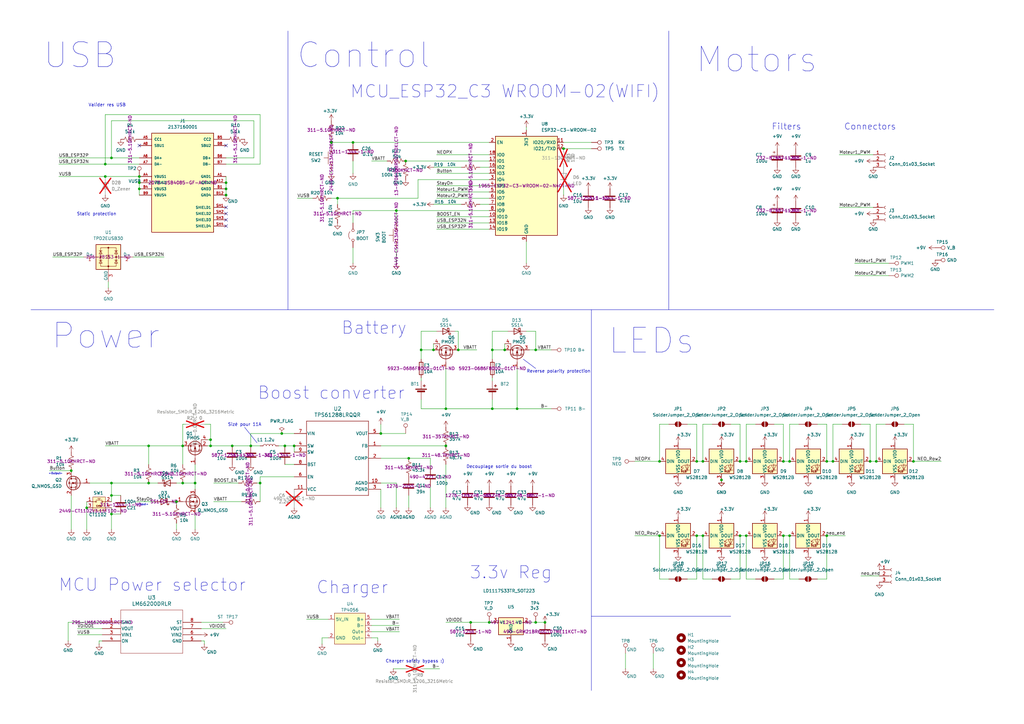
<source format=kicad_sch>
(kicad_sch (version 20250114) (generator "eeschema") (generator_version "9.0")
  (paper "A3")
  (text "Reverse polarity protection" (at 229.108 152.4 0) (effects (font (size 1.27 1.27))))
  (text "LEDs" (at 267.208 139.954 0) (effects (font (size 10.16 10.16))))
  (text "3.3v Reg" (at 209.55 234.95 0) (effects (font (size 5.08 5.08))))
  (text "Filters" (at 322.58 52.07 0) (effects (font (size 2.54 2.54))))
  (text "Sizé pour 11A" (at 100.33 174.244 0) (effects (font (size 1.27 1.27))))
  (text "Control" (at 149.098 22.86 0) (effects (font (size 10.16 10.16))))
  (text "Battery" (at 153.416 134.62 0) (effects (font (size 5.08 5.08))))
  (text "Static protection" (at 39.624 87.884 0) (effects (font (size 1.27 1.27))))
  (text "←Output←" (at 22.86 194.31 0) (effects (font (size 0.762 0.762))))
  (text "Decouplage sortie du boost" (at 204.724 191.516 0) (effects (font (size 1.27 1.27))))
  (text "Boost converter" (at 135.89 161.29 0) (effects (font (size 5.08 5.08))))
  (text "MCU_ESP32_C3 WROOM-02(WIFI)" (at 143.51 40.64 0) (effects (font (size 5.08 5.08)) (justify left bottom)))
  (text "Charger safety bypass :)\n" (at 170.18 271.272 0) (effects (font (size 1.27 1.27))))
  (text "Valider res USB" (at 43.942 43.18 0) (effects (font (size 1.27 1.27))))
  (text "USB" (at 32.766 22.86 0) (effects (font (size 10.16 10.16))))
  (text "Connectors" (at 356.87 52.07 0) (effects (font (size 2.54 2.54))))
  (text "Motors\n" (at 310.388 24.638 0) (effects (font (size 10.16 10.16))))
  (text "MCU Power selector" (at 62.484 240.03 0) (effects (font (size 5.08 5.08))))
  (text "Power" (at 43.434 137.922 0) (effects (font (size 10.16 10.16))))
  (text "Charger" (at 144.526 241.046 0) (effects (font (size 5.08 5.08))))
  (text "→Input→" (at 58.42 207.01 0) (effects (font (size 0.762 0.762))))
  (text_box "Liste des updates pour la V2:\n\n- Refaire bien le circuit de switching du power du Buck\n	Vraiment besoin de switcher? Cb de courant les servo prennent si ils ont pas de signal?\n	- Bien sizer les mosfet qui switch le courant\n- Mettre les LEDs sur 3v3\n- Faire en sorte que le board puisse être programmé sans batteries\n- Mettre un wroom\n- Agrandir les trous\n- Mettre les coins ronds\n- Mettre le shema beau (power net labels)\n" (at 427.99 2.54 0) (size 78.74 26.67) (margins 0.9525 0.9525 0.9525 0.9525) (effects (font (size 1.27 1.27)) (justify left top)))
  (text_box "Implications prog de la V2\n- Quand on veut utiliser les servos, on envoie high sur enable du boost\n- Dès qu'on détecte que l'USB est branché on désactive les servos (pu de PWM) et le enable du boost" (at 427.99 58.42 0) (size 78.74 26.67) (margins 0.9525 0.9525 0.9525 0.9525) (effects (font (size 1.27 1.27)) (justify left top)))
  (junction (at 45.72 203.2))
  (junction (at 43.18 72.39))
  (junction (at 359.41 189.23))
  (junction (at 323.85 219.71))
  (junction (at 288.29 219.71))
  (junction (at 219.71 143.51))
  (junction (at 223.52 255.27))
  (junction (at 92.71 80.01))
  (junction (at 270.51 189.23))
  (junction (at 95.25 182.88))
  (junction (at 120.65 182.88))
  (junction (at 35.56 208.28))
  (junction (at 306.07 189.23))
  (junction (at 60.96 182.88))
  (junction (at 92.71 74.93))
  (junction (at 285.75 219.71))
  (junction (at 182.88 182.88))
  (junction (at 295.91 196.85))
  (junction (at 212.09 167.64))
  (junction (at 303.53 189.23))
  (junction (at 219.71 255.27))
  (junction (at 166.37 66.04))
  (junction (at 374.65 189.23))
  (junction (at 60.96 198.12))
  (junction (at 187.96 143.51))
  (junction (at 138.43 81.28))
  (junction (at 339.09 189.23))
  (junction (at 57.15 72.39))
  (junction (at 207.01 143.51))
  (junction (at 270.51 219.71))
  (junction (at 72.39 205.74))
  (junction (at 172.72 143.51))
  (junction (at 57.15 74.93))
  (junction (at 339.09 219.71))
  (junction (at 57.15 77.47))
  (junction (at 156.21 177.8))
  (junction (at 323.85 189.23))
  (junction (at 135.89 58.42))
  (junction (at 356.87 189.23))
  (junction (at 306.07 219.71))
  (junction (at 45.72 64.77))
  (junction (at 86.36 182.88))
  (junction (at 116.84 182.88))
  (junction (at 201.93 167.64))
  (junction (at 167.64 187.96))
  (junction (at 74.93 182.88))
  (junction (at 200.66 255.27))
  (junction (at 45.72 210.82))
  (junction (at 29.21 193.04))
  (junction (at 231.14 60.96))
  (junction (at 321.31 189.23))
  (junction (at 106.68 198.12))
  (junction (at 341.63 189.23))
  (junction (at 288.29 189.23))
  (junction (at 285.75 189.23))
  (junction (at 102.87 182.88))
  (junction (at 144.78 58.42))
  (junction (at 182.88 167.64))
  (junction (at 74.93 198.12))
  (junction (at 303.53 219.71))
  (junction (at 201.93 143.51))
  (junction (at 321.31 219.71))
  (junction (at 177.8 143.51))
  (junction (at 162.56 86.36))
  (junction (at 193.04 255.27))
  (junction (at 92.71 77.47))
  (junction (at 115.57 177.8))
  (junction (at 43.18 67.31))
  (junction (at 86.36 180.34))
  (junction (at 80.01 198.12))
  (junction (at 45.72 198.12))
  (no_connect (at 92.71 90.17))
  (no_connect (at 92.71 92.71))
  (no_connect (at 92.71 87.63))
  (no_connect (at 92.71 59.69))
  (no_connect (at 57.15 59.69))
  (no_connect (at 92.71 85.09))
  (wire (pts (xy 45.72 64.77) (xy 57.15 64.77)))
  (wire (pts (xy 327.66 237.49) (xy 323.85 237.49)))
  (wire (pts (xy 196.85 68.58) (xy 200.66 68.58)))
  (wire (pts (xy 45.72 210.82) (xy 45.72 217.17)))
  (wire (pts (xy 72.39 205.74) (xy 72.39 207.01)))
  (wire (pts (xy 80.01 198.12) (xy 80.01 200.66)))
  (wire (pts (xy 80.01 217.17) (xy 80.01 210.82)))
  (wire (pts (xy 45.72 203.2) (xy 45.72 205.74)))
  (wire (pts (xy 35.56 208.28) (xy 35.56 217.17)))
  (wire (pts (xy 374.65 189.23) (xy 386.08 189.23)))
  (wire (pts (xy 86.36 180.34) (xy 86.36 182.88)))
  (wire (pts (xy 323.85 237.49) (xy 323.85 219.71)))
  (wire (pts (xy 363.22 173.99) (xy 359.41 173.99)))
  (wire (pts (xy 74.93 182.88) (xy 74.93 190.5)))
  (wire (pts (xy 344.17 63.5) (xy 358.14 63.5)))
  (wire (pts (xy 201.93 154.94) (xy 201.93 156.21)))
  (wire (pts (xy 356.87 189.23) (xy 359.41 189.23)))
  (wire (pts (xy 144.78 101.6) (xy 144.78 107.95)))
  (wire (pts (xy 57.15 77.47) (xy 57.15 80.01)))
  (wire (pts (xy 31.75 260.35) (xy 41.91 260.35)))
  (wire (pts (xy 24.13 67.31) (xy 43.18 67.31)))
  (wire (pts (xy 217.17 255.27) (xy 219.71 255.27)))
  (wire (pts (xy 60.96 198.12) (xy 64.77 198.12)))
  (wire (pts (xy 186.69 135.89) (xy 187.96 135.89)))
  (wire (pts (xy 172.72 167.64) (xy 182.88 167.64)))
  (wire (pts (xy 158.75 66.04) (xy 152.4 66.04)))
  (wire (pts (xy 152.4 259.08) (xy 163.83 259.08)))
  (wire (pts (xy 219.71 135.89) (xy 219.71 143.51)))
  (wire (pts (xy 231.14 58.42) (xy 242.57 58.42)))
  (wire (pts (xy 74.93 198.12) (xy 80.01 198.12)))
  (wire (pts (xy 215.9 52.07) (xy 215.9 53.34)))
  (wire (pts (xy 288.29 219.71) (xy 288.29 237.49)))
  (polyline (pts (xy 118.11 12.7) (xy 118.11 127)))
  (wire (pts (xy 87.63 205.74) (xy 99.06 205.74)))
  (wire (pts (xy 44.45 118.11) (xy 44.45 115.57)))
  (wire (pts (xy 102.87 182.88) (xy 106.68 182.88)))
  (wire (pts (xy 20.32 193.04) (xy 29.21 193.04)))
  (wire (pts (xy 345.44 173.99) (xy 341.63 173.99)))
  (wire (pts (xy 200.66 255.27) (xy 201.93 255.27)))
  (wire (pts (xy 201.93 143.51) (xy 201.93 147.32)))
  (wire (pts (xy 350.52 113.03) (xy 364.49 113.03)))
  (wire (pts (xy 45.72 198.12) (xy 60.96 198.12)))
  (wire (pts (xy 285.75 219.71) (xy 288.29 219.71)))
  (wire (pts (xy 270.51 173.99) (xy 270.51 189.23)))
  (wire (pts (xy 116.84 182.88) (xy 120.65 182.88)))
  (wire (pts (xy 152.4 256.54) (xy 163.83 256.54)))
  (wire (pts (xy 74.93 173.99) (xy 74.93 182.88)))
  (wire (pts (xy 201.93 135.89) (xy 208.28 135.89)))
  (wire (pts (xy 285.75 173.99) (xy 285.75 189.23)))
  (wire (pts (xy 86.36 173.99) (xy 86.36 180.34)))
  (wire (pts (xy 35.56 205.74) (xy 35.56 208.28)))
  (wire (pts (xy 102.87 177.8) (xy 102.87 182.88)))
  (wire (pts (xy 179.07 63.5) (xy 200.66 63.5)))
  (polyline (pts (xy 214.63 147.32) (xy 219.71 151.13)))
  (wire (pts (xy 179.07 71.12) (xy 200.66 71.12)))
  (wire (pts (xy 303.53 219.71) (xy 306.07 219.71)))
  (wire (pts (xy 167.64 208.28) (xy 167.64 203.2)))
  (wire (pts (xy 281.94 237.49) (xy 285.75 237.49)))
  (wire (pts (xy 36.83 198.12) (xy 45.72 198.12)))
  (wire (pts (xy 350.52 107.95) (xy 364.49 107.95)))
  (wire (pts (xy 285.75 189.23) (xy 288.29 189.23)))
  (wire (pts (xy 339.09 173.99) (xy 339.09 189.23)))
  (wire (pts (xy 256.54 267.97) (xy 256.54 274.32)))
  (wire (pts (xy 132.08 264.16) (xy 132.08 261.62)))
  (wire (pts (xy 135.89 58.42) (xy 144.78 58.42)))
  (wire (pts (xy 105.41 198.12) (xy 106.68 198.12)))
  (wire (pts (xy 321.31 173.99) (xy 321.31 189.23)))
  (wire (pts (xy 215.9 135.89) (xy 219.71 135.89)))
  (wire (pts (xy 179.07 88.9) (xy 200.66 88.9)))
  (wire (pts (xy 339.09 237.49) (xy 339.09 219.71)))
  (wire (pts (xy 135.89 57.15) (xy 135.89 58.42)))
  (wire (pts (xy 92.71 74.93) (xy 92.71 77.47)))
  (wire (pts (xy 152.4 254) (xy 163.83 254)))
  (wire (pts (xy 156.21 187.96) (xy 167.64 187.96)))
  (wire (pts (xy 321.31 189.23) (xy 323.85 189.23)))
  (wire (pts (xy 144.78 86.36) (xy 162.56 86.36)))
  (wire (pts (xy 285.75 237.49) (xy 285.75 219.71)))
  (wire (pts (xy 217.17 143.51) (xy 219.71 143.51)))
  (wire (pts (xy 72.39 198.12) (xy 74.93 198.12)))
  (wire (pts (xy 321.31 219.71) (xy 323.85 219.71)))
  (wire (pts (xy 339.09 189.23) (xy 341.63 189.23)))
  (wire (pts (xy 356.87 173.99) (xy 356.87 189.23)))
  (wire (pts (xy 353.06 173.99) (xy 356.87 173.99)))
  (wire (pts (xy 161.29 274.32) (xy 166.37 274.32)))
  (wire (pts (xy 106.68 46.99) (xy 43.18 46.99)))
  (wire (pts (xy 154.94 261.62) (xy 154.94 262.89)))
  (wire (pts (xy 132.08 261.62) (xy 134.62 261.62)))
  (wire (pts (xy 76.2 173.99) (xy 74.93 173.99)))
  (wire (pts (xy 176.53 191.77) (xy 176.53 187.96)))
  (wire (pts (xy 299.72 173.99) (xy 303.53 173.99)))
  (wire (pts (xy 45.72 49.53) (xy 45.72 64.77)))
  (wire (pts (xy 359.41 173.99) (xy 359.41 189.23)))
  (wire (pts (xy 260.35 219.71) (xy 270.51 219.71)))
  (wire (pts (xy 57.15 72.39) (xy 57.15 74.93)))
  (wire (pts (xy 85.09 182.88) (xy 86.36 182.88)))
  (wire (pts (xy 306.07 173.99) (xy 306.07 189.23)))
  (wire (pts (xy 219.71 143.51) (xy 226.06 143.51)))
  (wire (pts (xy 177.8 83.82) (xy 189.23 83.82)))
  (wire (pts (xy 116.84 190.5) (xy 120.65 190.5)))
  (wire (pts (xy 335.28 237.49) (xy 339.09 237.49)))
  (wire (pts (xy 201.93 163.83) (xy 201.93 167.64)))
  (wire (pts (xy 172.72 135.89) (xy 172.72 143.51)))
  (polyline (pts (xy 274.32 12.7) (xy 274.32 127)))
  (wire (pts (xy 135.89 59.69) (xy 135.89 58.42)))
  (wire (pts (xy 31.75 257.81) (xy 41.91 257.81)))
  (wire (pts (xy 45.72 210.82) (xy 49.53 210.82)))
  (wire (pts (xy 135.89 81.28) (xy 138.43 81.28)))
  (wire (pts (xy 60.96 182.88) (xy 74.93 182.88)))
  (wire (pts (xy 55.88 205.74) (xy 63.5 205.74)))
  (wire (pts (xy 125.73 254) (xy 134.62 254)))
  (wire (pts (xy 156.21 173.99) (xy 156.21 177.8)))
  (wire (pts (xy 43.18 182.88) (xy 60.96 182.88)))
  (wire (pts (xy 370.84 173.99) (xy 374.65 173.99)))
  (wire (pts (xy 335.28 173.99) (xy 339.09 173.99)))
  (wire (pts (xy 317.5 173.99) (xy 321.31 173.99)))
  (wire (pts (xy 374.65 173.99) (xy 374.65 189.23)))
  (wire (pts (xy 201.93 135.89) (xy 201.93 143.51)))
  (polyline (pts (xy 12.7 127) (xy 407.67 127)))
  (wire (pts (xy 156.21 182.88) (xy 182.88 182.88)))
  (wire (pts (xy 260.35 189.23) (xy 270.51 189.23)))
  (wire (pts (xy 106.68 195.58) (xy 120.65 195.58)))
  (wire (pts (xy 87.63 198.12) (xy 97.79 198.12)))
  (wire (pts (xy 104.14 64.77) (xy 104.14 49.53)))
  (wire (pts (xy 346.71 219.71) (xy 339.09 219.71)))
  (wire (pts (xy 40.64 262.89) (xy 41.91 262.89)))
  (wire (pts (xy 60.96 182.88) (xy 60.96 190.5)))
  (wire (pts (xy 219.71 255.27) (xy 223.52 255.27)))
  (wire (pts (xy 267.97 267.97) (xy 267.97 274.32)))
  (wire (pts (xy 71.12 205.74) (xy 72.39 205.74)))
  (wire (pts (xy 40.64 264.16) (xy 40.64 262.89)))
  (wire (pts (xy 288.29 173.99) (xy 292.1 173.99)))
  (wire (pts (xy 43.18 72.39) (xy 57.15 72.39)))
  (wire (pts (xy 27.94 262.89) (xy 27.94 255.27)))
  (wire (pts (xy 179.07 93.98) (xy 200.66 93.98)))
  (wire (pts (xy 162.56 198.12) (xy 162.56 208.28)))
  (wire (pts (xy 144.78 91.44) (xy 144.78 86.36)))
  (wire (pts (xy 196.85 83.82) (xy 200.66 83.82)))
  (wire (pts (xy 231.14 80.01) (xy 231.14 76.2)))
  (wire (pts (xy 43.18 67.31) (xy 57.15 67.31)))
  (wire (pts (xy 144.78 58.42) (xy 200.66 58.42)))
  (wire (pts (xy 57.15 74.93) (xy 57.15 77.47)))
  (wire (pts (xy 193.04 255.27) (xy 200.66 255.27)))
  (wire (pts (xy 85.09 180.34) (xy 86.36 180.34)))
  (wire (pts (xy 135.89 71.12) (xy 135.89 69.85)))
  (wire (pts (xy 171.45 73.66) (xy 200.66 73.66)))
  (wire (pts (xy 34.29 105.41) (xy 21.59 105.41)))
  (polyline (pts (xy 242.57 252.73) (xy 299.72 252.73)))
  (wire (pts (xy 80.01 190.5) (xy 80.01 198.12)))
  (wire (pts (xy 45.72 198.12) (xy 45.72 203.2)))
  (wire (pts (xy 82.55 255.27) (xy 91.44 255.27)))
  (wire (pts (xy 182.88 208.28) (xy 182.88 190.5)))
  (wire (pts (xy 162.56 91.44) (xy 162.56 86.36)))
  (wire (pts (xy 303.53 173.99) (xy 303.53 189.23)))
  (wire (pts (xy 299.72 237.49) (xy 303.53 237.49)))
  (wire (pts (xy 144.78 71.12) (xy 144.78 66.04)))
  (wire (pts (xy 166.37 66.04) (xy 200.66 66.04)))
  (wire (pts (xy 177.8 68.58) (xy 189.23 68.58)))
  (wire (pts (xy 162.56 101.6) (xy 162.56 107.95)))
  (wire (pts (xy 172.72 135.89) (xy 179.07 135.89)))
  (wire (pts (xy 323.85 173.99) (xy 323.85 189.23)))
  (wire (pts (xy 45.72 203.2) (xy 49.53 203.2)))
  (wire (pts (xy 270.51 237.49) (xy 274.32 237.49)))
  (polyline (pts (xy 242.57 127) (xy 242.57 283.21)))
  (wire (pts (xy 54.61 105.41) (xy 67.31 105.41)))
  (wire (pts (xy 187.96 143.51) (xy 195.58 143.51)))
  (wire (pts (xy 86.36 182.88) (xy 95.25 182.88)))
  (wire (pts (xy 176.53 199.39) (xy 176.53 208.28)))
  (wire (pts (xy 120.65 182.88) (xy 120.65 185.42)))
  (wire (pts (xy 156.21 200.66) (xy 156.21 208.28)))
  (wire (pts (xy 162.56 86.36) (xy 200.66 86.36)))
  (wire (pts (xy 288.29 237.49) (xy 292.1 237.49)))
  (wire (pts (xy 171.45 81.28) (xy 171.45 73.66)))
  (wire (pts (xy 303.53 189.23) (xy 306.07 189.23)))
  (wire (pts (xy 317.5 237.49) (xy 321.31 237.49)))
  (wire (pts (xy 215.9 107.95) (xy 215.9 99.06)))
  (wire (pts (xy 182.88 151.13) (xy 182.88 167.64)))
  (wire (pts (xy 156.21 177.8) (xy 166.37 177.8)))
  (wire (pts (xy 156.21 198.12) (xy 162.56 198.12)))
  (polyline (pts (xy 100.33 175.26) (xy 105.41 181.61)))
  (wire (pts (xy 114.3 182.88) (xy 116.84 182.88)))
  (wire (pts (xy 138.43 81.28) (xy 138.43 83.82)))
  (wire (pts (xy 106.68 198.12) (xy 106.68 205.74)))
  (wire (pts (xy 72.39 214.63) (xy 72.39 217.17)))
  (wire (pts (xy 179.07 78.74) (xy 200.66 78.74)))
  (wire (pts (xy 82.55 257.81) (xy 92.71 257.81)))
  (wire (pts (xy 27.94 255.27) (xy 41.91 255.27)))
  (wire (pts (xy 306.07 219.71) (xy 306.07 237.49)))
  (wire (pts (xy 200.66 91.44) (xy 179.07 91.44)))
  (wire (pts (xy 120.65 177.8) (xy 115.57 177.8)))
  (wire (pts (xy 212.09 167.64) (xy 226.06 167.64)))
  (wire (pts (xy 172.72 143.51) (xy 177.8 143.51)))
  (wire (pts (xy 212.09 151.13) (xy 212.09 167.64)))
  (wire (pts (xy 281.94 173.99) (xy 285.75 173.99)))
  (wire (pts (xy 177.8 140.97) (xy 177.8 143.51)))
  (wire (pts (xy 172.72 163.83) (xy 172.72 167.64)))
  (wire (pts (xy 95.25 182.88) (xy 102.87 182.88)))
  (wire (pts (xy 201.93 143.51) (xy 207.01 143.51)))
  (wire (pts (xy 83.82 173.99) (xy 86.36 173.99)))
  (wire (pts (xy 106.68 67.31) (xy 106.68 46.99)))
  (wire (pts (xy 92.71 67.31) (xy 106.68 67.31)))
  (wire (pts (xy 45.72 208.28) (xy 45.72 210.82)))
  (wire (pts (xy 115.57 177.8) (xy 102.87 177.8)))
  (wire (pts (xy 179.07 81.28) (xy 200.66 81.28)))
  (wire (pts (xy 29.21 203.2) (xy 29.21 217.17)))
  (wire (pts (xy 201.93 167.64) (xy 212.09 167.64)))
  (wire (pts (xy 231.14 60.96) (xy 242.57 60.96)))
  (wire (pts (xy 138.43 81.28) (xy 171.45 81.28)))
  (wire (pts (xy 172.72 154.94) (xy 172.72 156.21)))
  (wire (pts (xy 353.06 236.22) (xy 360.68 236.22)))
  (wire (pts (xy 83.82 264.16) (xy 83.82 262.89)))
  (wire (pts (xy 182.88 167.64) (xy 201.93 167.64)))
  (wire (pts (xy 309.88 237.49) (xy 306.07 237.49)))
  (wire (pts (xy 173.99 274.32) (xy 180.34 274.32)))
  (wire (pts (xy 274.32 173.99) (xy 270.51 173.99)))
  (wire (pts (xy 104.14 49.53) (xy 45.72 49.53)))
  (wire (pts (xy 43.18 46.99) (xy 43.18 67.31)))
  (wire (pts (xy 270.51 219.71) (xy 270.51 237.49)))
  (wire (pts (xy 92.71 72.39) (xy 92.71 74.93)))
  (wire (pts (xy 182.88 255.27) (xy 193.04 255.27)))
  (wire (pts (xy 152.4 261.62) (xy 154.94 261.62)))
  (wire (pts (xy 288.29 173.99) (xy 288.29 189.23)))
  (wire (pts (xy 321.31 237.49) (xy 321.31 219.71)))
  (wire (pts (xy 167.64 187.96) (xy 176.53 187.96)))
  (wire (pts (xy 341.63 173.99) (xy 341.63 189.23)))
  (wire (pts (xy 303.53 219.71) (xy 303.53 237.49)))
  (wire (pts (xy 83.82 262.89) (xy 82.55 262.89)))
  (wire (pts (xy 309.88 173.99) (xy 306.07 173.99)))
  (wire (pts (xy 24.13 72.39) (xy 43.18 72.39)))
  (wire (pts (xy 179.07 76.2) (xy 200.66 76.2)))
  (wire (pts (xy 187.96 135.89) (xy 187.96 143.51)))
  (wire (pts (xy 207.01 140.97) (xy 207.01 143.51)))
  (wire (pts (xy 172.72 143.51) (xy 172.72 147.32)))
  (wire (pts (xy 106.68 198.12) (xy 106.68 195.58)))
  (wire (pts (xy 327.66 173.99) (xy 323.85 173.99)))
  (wire (pts (xy 92.71 77.47) (xy 92.71 80.01)))
  (wire (pts (xy 344.17 85.09) (xy 358.14 85.09)))
  (wire (pts (xy 92.71 64.77) (xy 104.14 64.77)))
  (wire (pts (xy 24.13 64.77) (xy 45.72 64.77)))
  (wire (pts (xy 121.92 81.28) (xy 128.27 81.28)))
  (label "BOOST_EN" (at 87.63 198.12 0))
  (label "VDIODE" (at 182.88 255.27 0))
  (label "VBATT" (at 87.63 205.74 0))
  (label "VBATT" (at 226.06 143.51 180))
  (label "neo_end" (at 346.71 219.71 180))
  (label "StayOn" (at 55.88 205.74 0))
  (label "NEO_Row2" (at 260.35 219.71 0))
  (label "neo_end" (at 353.06 236.22 0))
  (label "VBATT" (at 195.58 143.51 180))
  (label "VUSB" (at 121.92 81.28 0))
  (label "BOOST_EN" (at 179.07 88.9 0))
  (label "Moteur1_PWM" (at 179.07 78.74 0))
  (label "Moteur1_PWM" (at 350.52 107.95 0))
  (label "NEO_Row2" (at 386.08 189.23 180))
  (label "VBATT" (at 43.18 182.88 0))
  (label "B-" (at 180.34 274.32 180))
  (label "VUSB" (at 125.73 254 0))
  (label "VUSB" (at 31.75 260.35 0))
  (label "USB_ESP32N" (at 179.07 91.44 0))
  (label "Moteur2_PWM" (at 179.07 81.28 0))
  (label "VDIODE" (at 31.75 257.81 0))
  (label "USB_ESP32N" (at 24.13 67.31 0))
  (label "NEOPX" (at 179.07 63.5 0))
  (label "VUSB" (at 24.13 72.39 0))
  (label "Moteur2_PWM" (at 344.17 85.09 0))
  (label "VBATT" (at 163.83 259.08 180))
  (label "Moteur1_PWM" (at 344.17 63.5 0))
  (label "USB_ESP32N" (at 67.31 105.41 180))
  (label "Button" (at 20.32 193.04 0))
  (label "Moteur2_PWM" (at 350.52 113.03 0))
  (label "USB_ESP32P" (at 21.59 105.41 0))
  (label "B-" (at 224.79 167.64 180))
  (label "NEOPX" (at 260.35 189.23 0))
  (label "VBATT" (at 163.83 254 180))
  (label "USB_ESP32P" (at 24.13 64.77 0))
  (label "USB_ESP32P" (at 179.07 93.98 0))
  (label "StayOn" (at 179.07 76.2 0))
  (label "Button" (at 179.07 71.12 0))
  (label "B-" (at 163.83 256.54 180))
  (label "VBATT" (at 152.4 66.04 0))
  (label "VDIODE" (at 92.71 257.81 180))
  (symbol (lib_id "Device:R_US") (at 182.88 179.07 0) (unit 1)
    (property "Reference" "R12" (at 184.15 178.054 0) (effects (justify left)))
    (property "Value" "357k" (at 184.15 180.086 0) (effects (justify left)))
    (property "Footprint" "Resistor_SMD:R_0603_1608Metric" (effects (hide yes)))
    (property "Description" "Resistor, US symbol" (effects (hide yes)))
    (property "DigiKey" "311-357KHRCT-ND" (at 182.88 179.07 0))
  )
  (symbol (lib_id "Device:C_Polarized") (at 318.77 86.36 0) (unit 1)
    (property "Reference" "C8" (at 309.88 85.09 0) (effects (justify left)))
    (property "Value" "100u" (at 309.88 87.63 0) (effects (justify left)))
    (property "Footprint" "Capacitor_THT:CP_Radial_D5.0mm_P2.00mm" (effects (hide yes)))
    (property "Description" "Polarized capacitor" (effects (hide yes)))
    (property "DigiKey" "732-8793-1-ND" (at 318.77 86.36 0))
  )
  (symbol (lib_id "Jumper:SolderJumper_2_Open") (at 331.47 237.49 0) (unit 1) (exclude_from_sim yes) (in_bom no)
    (property "Reference" "JP15" (at 331.47 231.14 0))
    (property "Value" "SolderJumper_2_Open" (at 331.47 233.68 0))
    (property "Footprint" "Jumper:SolderJumper-2_P1.3mm_Open_TrianglePad1.0x1.5mm" (effects (hide yes)))
    (property "Description" "Solder Jumper, 2-pole, open" (effects (hide yes)))
  )
  (symbol (lib_id "power:+3.3V") (at 241.3 77.47 0) (unit 1)
    (property "Reference" "#PWR51" (effects (hide yes)))
    (property "Value" "+3.3V" (at 241.3 73.152 0))
  )
  (symbol (lib_id "LM66200DRLR:LM66200DRLR") (at 41.91 255.27 0) (unit 1)
    (property "Reference" "U3" (at 62.23 245.11 0) (effects (font (size 1.524 1.524))))
    (property "Value" "LM66200DRLR" (at 62.23 247.65 0) (effects (font (size 1.524 1.524))))
    (property "Footprint" "LM66200DRLR:SOT-5X3_DRL_TEX-L" (effects (hide yes)))
    (property "Datasheet" "LM66200DRLR" (effects (hide yes)))
    (property "DigiKey" "296-LM66200DRLRCT-ND" (at 41.91 255.27 0))
  )
  (symbol (lib_id "power:GND") (at 313.69 227.33 0) (unit 1)
    (property "Reference" "#PWR086" (effects (hide yes)))
    (property "Value" "GND" (at 313.69 232.41 0))
    (property "Description" "Power symbol creates a global label with name \"GND\" , ground" (effects (hide yes)))
  )
  (symbol (lib_id "power:GND") (at 295.91 227.33 0) (unit 1)
    (property "Reference" "#PWR083" (effects (hide yes)))
    (property "Value" "GND" (at 295.91 232.41 0))
    (property "Description" "Power symbol creates a global label with name \"GND\" , ground" (effects (hide yes)))
  )
  (symbol (lib_id "Jumper:SolderJumper_2_Open") (at 349.25 173.99 0) (unit 1) (exclude_from_sim yes) (in_bom no)
    (property "Reference" "JP5" (at 349.25 167.64 0))
    (property "Value" "SolderJumper_2_Open" (at 349.25 170.18 0))
    (property "Footprint" "Jumper:SolderJumper-2_P1.3mm_Open_TrianglePad1.0x1.5mm" (effects (hide yes)))
    (property "Description" "Solder Jumper, 2-pole, open" (effects (hide yes)))
  )
  (symbol (lib_id "power:+9V") (at 360.68 233.68 0) (unit 1)
    (property "Reference" "#PWR099" (effects (hide yes)))
    (property "Value" "+9V" (at 362.966 230.378 0))
    (property "Description" "Power symbol creates a global label with name \"+9V\"" (effects (hide yes)))
  )
  (symbol (lib_id "power:GND") (at 193.04 262.89 0) (unit 1)
    (property "Reference" "#PWR0109" (effects (hide yes)))
    (property "Value" "GND" (at 196.088 266.192 0))
    (property "Description" "Power symbol creates a global label with name \"GND\" , ground" (effects (hide yes)))
  )
  (symbol (lib_id "power:GND") (at 156.21 208.28 0) (unit 1)
    (property "Reference" "#PWR031" (effects (hide yes)))
    (property "Value" "GND" (at 156.21 212.09 0))
    (property "Description" "Power symbol creates a global label with name \"GND\" , ground" (effects (hide yes)))
  )
  (symbol (lib_id "Device:R_US") (at 60.96 194.31 0) (unit 1)
    (property "Reference" "R3" (at 54.61 193.04 0) (effects (justify left)))
    (property "Value" "10k" (at 54.61 195.58 0) (effects (justify left)))
    (property "Footprint" "Resistor_SMD:R_0603_1608Metric" (effects (hide yes)))
    (property "Description" "Resistor, US symbol" (effects (hide yes)))
    (property "DigiKey" "311-5.10KHRCT-ND" (at 60.96 194.31 0))
  )
  (symbol (lib_id "Connector:TestPoint") (at 166.37 177.8 0) (unit 1)
    (property "Reference" "TP14" (at 164.338 169.926 0) (effects (justify left)))
    (property "Value" "V_B" (at 164.338 171.958 0) (effects (justify left)))
    (property "Footprint" "TestPoint:TestPoint_Loop_D2.54mm_Drill1.5mm_Beaded" (effects (hide yes)))
  )
  (symbol (lib_id "Device:R_US") (at 193.04 68.58 90) (unit 1)
    (property "Reference" "R19" (at 179.832 67.564 90))
    (property "Value" "10k" (at 185.166 67.437 90))
    (property "Footprint" "Resistor_SMD:R_0603_1608Metric" (effects (hide yes)))
    (property "DigiKey" "311-5.10KHRCT-ND" (at 193.04 68.58 0))
  )
  (symbol (lib_id "power:GND") (at 318.77 68.58 0) (unit 1)
    (property "Reference" "#PWR021" (effects (hide yes)))
    (property "Value" "GND" (at 318.77 72.39 0))
    (property "Description" "Power symbol creates a global label with name \"GND\" , ground" (effects (hide yes)))
  )
  (symbol (lib_id "power:GND") (at 44.45 118.11 0) (unit 1)
    (property "Reference" "#PWR0127" (effects (hide yes)))
    (property "Value" "GND" (at 44.45 122.555 0))
  )
  (symbol (lib_id "power:GND") (at 326.39 68.58 0) (unit 1)
    (property "Reference" "#PWR026" (effects (hide yes)))
    (property "Value" "GND" (at 326.39 72.39 0))
    (property "Description" "Power symbol creates a global label with name \"GND\" , ground" (effects (hide yes)))
  )
  (symbol (lib_id "power:GND") (at 120.65 208.28 0) (unit 1)
    (property "Reference" "#PWR019" (effects (hide yes)))
    (property "Value" "AGND" (at 120.65 212.09 0))
    (property "Description" "Power symbol creates a global label with name \"GND\" , ground" (effects (hide yes)))
  )
  (symbol (lib_id "Jumper:SolderJumper_2_Open") (at 278.13 173.99 0) (unit 1) (exclude_from_sim yes) (in_bom no)
    (property "Reference" "JP1" (at 278.13 167.64 0))
    (property "Value" "SolderJumper_2_Open" (at 278.13 170.18 0))
    (property "Footprint" "Jumper:SolderJumper-2_P1.3mm_Open_TrianglePad1.0x1.5mm" (effects (hide yes)))
    (property "Description" "Solder Jumper, 2-pole, open" (effects (hide yes)))
  )
  (symbol (lib_id "Connector:TestPoint") (at 226.06 143.51 270) (unit 1)
    (property "Reference" "TP10" (at 231.394 143.51 90) (effects (justify left)))
    (property "Value" "B+" (at 236.982 143.51 90) (effects (justify left)))
    (property "Footprint" "TestPoint:TestPoint_Loop_D2.54mm_Drill1.5mm_Beaded" (effects (hide yes)))
  )
  (symbol (lib_id "power:GND") (at 45.72 217.17 0) (unit 1)
    (property "Reference" "#PWR03" (effects (hide yes)))
    (property "Value" "GND" (at 45.72 220.98 0))
    (property "Description" "Power symbol creates a global label with name \"GND\" , ground" (effects (hide yes)))
  )
  (symbol (lib_id "LED:WS2812B") (at 349.25 189.23 0) (unit 1)
    (property "Reference" "D11" (at 356.87 193.294 0))
    (property "Value" "WS2812B" (at 356.87 195.834 0))
    (property "Footprint" "LED_SMD:LED_WS2812B_PLCC4_5.0x5.0mm_P3.2mm" (effects (hide yes)))
    (property "Datasheet" "https://cdn-shop.adafruit.com/datasheets/WS2812B.pdf" (effects (hide yes)))
    (property "Description" "RGB LED with integrated controller" (effects (hide yes)))
  )
  (symbol (lib_id "Connector:TestPoint") (at 267.97 267.97 0) (unit 1) (on_board no)
    (property "Reference" "TP6" (at 266.192 262.89 0) (effects (justify left)))
    (property "Value" "GND" (at 268.478 266.446 0) (effects (justify left)))
    (property "Footprint" "TestPoint:TestPoint_Loop_D2.54mm_Drill1.5mm_Beaded" (effects (hide yes)))
  )
  (symbol (lib_id "power:GND") (at 100.33 57.15 0) (unit 1)
    (property "Reference" "#PWR017" (effects (hide yes)))
    (property "Value" "GND" (at 100.33 61.595 0))
  )
  (symbol (lib_id "Device:R_US") (at 138.43 87.63 180) (unit 1)
    (property "Reference" "R21" (at 135.636 90.932 90))
    (property "Value" "10k" (at 135.509 85.598 90))
    (property "Footprint" "Resistor_SMD:R_0603_1608Metric" (effects (hide yes)))
    (property "DigiKey" "311-5.10KHRCT-ND" (at 138.43 87.63 0))
  )
  (symbol (lib_id "power:GND") (at 360.68 238.76 0) (unit 1)
    (property "Reference" "#PWR0101" (effects (hide yes)))
    (property "Value" "GND" (at 360.68 243.84 0))
    (property "Description" "Power symbol creates a global label with name \"GND\" , ground" (effects (hide yes)))
  )
  (symbol (lib_id "Transistor_FET:Q_NMOS_GSD") (at 31.75 198.12 0) (mirror y) (unit 1)
    (property "Reference" "Q2" (at 25.4 196.8499 0) (effects (justify left)))
    (property "Value" "Q_NMOS_GSD" (at 25.4 199.3899 0) (effects (justify left)))
    (property "Footprint" "Package_TO_SOT_SMD:SOT-23" (effects (hide yes)))
    (property "Description" "N-MOSFET transistor, gate/source/drain" (effects (hide yes)))
    (property "MPN" "SN7002NH6433XTMA1" (effects (hide yes)))
    (property "DigiKey" "448-SN7002NH6433XTMA1CT-ND" (effects (hide yes)))
  )
  (symbol (lib_id "LED:WS2812B") (at 313.69 189.23 0) (unit 1)
    (property "Reference" "D9" (at 321.31 193.294 0))
    (property "Value" "WS2812B" (at 321.31 195.834 0))
    (property "Footprint" "LED_SMD:LED_WS2812B_PLCC4_5.0x5.0mm_P3.2mm" (effects (hide yes)))
    (property "Datasheet" "https://cdn-shop.adafruit.com/datasheets/WS2812B.pdf" (effects (hide yes)))
    (property "Description" "RGB LED with integrated controller" (effects (hide yes)))
  )
  (symbol (lib_id "Connector:Conn_01x03_Socket") (at 363.22 66.04 0) (unit 1)
    (property "Reference" "J2" (at 364.49 64.7699 0) (effects (justify left)))
    (property "Value" "Conn_01x03_Socket" (at 364.49 67.3099 0) (effects (justify left)))
    (property "Footprint" "Connector_PinHeader_2.54mm:PinHeader_1x03_P2.54mm_Vertical" (effects (hide yes)))
    (property "Description" "Generic connector, single row, 01x03, script generated" (effects (hide yes)))
  )
  (symbol (lib_id "power:+3.3V") (at 177.8 68.58 90) (mirror x) (unit 1)
    (property "Reference" "#PWR57" (effects (hide yes)))
    (property "Value" "+3.3V" (at 171.958 68.58 90))
  )
  (symbol (lib_id "power:+9V") (at 191.77 199.39 0) (unit 1)
    (property "Reference" "#PWR041" (effects (hide yes)))
    (property "Value" "+9V" (at 191.77 194.31 0))
    (property "Description" "Power symbol creates a global label with name \"+9V\"" (effects (hide yes)))
  )
  (symbol (lib_id "power:+9V") (at 367.03 181.61 0) (unit 1)
    (property "Reference" "#PWR029" (effects (hide yes)))
    (property "Value" "+3.3V" (at 369.316 178.308 0))
    (property "Description" "Power symbol creates a global label with name \"+9V\"" (effects (hide yes)))
  )
  (symbol (lib_id "Jumper:SolderJumper_2_Open") (at 295.91 173.99 0) (unit 1) (exclude_from_sim yes) (in_bom no)
    (property "Reference" "JP2" (at 295.91 167.64 0))
    (property "Value" "SolderJumper_2_Open" (at 295.91 170.18 0))
    (property "Footprint" "Jumper:SolderJumper-2_P1.3mm_Open_TrianglePad1.0x1.5mm" (effects (hide yes)))
    (property "Description" "Solder Jumper, 2-pole, open" (effects (hide yes)))
  )
  (symbol (lib_id "power:GND") (at 154.94 262.89 0) (mirror y) (unit 1)
    (property "Reference" "#PWR0130" (effects (hide yes)))
    (property "Value" "GND" (at 154.94 266.7 0))
  )
  (symbol (lib_id "power:GND") (at 167.64 208.28 0) (unit 1)
    (property "Reference" "#PWR033" (effects (hide yes)))
    (property "Value" "AGND" (at 167.64 212.09 0))
    (property "Description" "Power symbol creates a global label with name \"GND\" , ground" (effects (hide yes)))
  )
  (symbol (lib_id "Device:C") (at 209.55 203.2 0) (unit 1)
    (property "Reference" "C32" (at 203.2 201.93 0) (effects (justify left)))
    (property "Value" "47u" (at 203.2 204.47 0) (effects (justify left)))
    (property "Footprint" "Capacitor_SMD:C_0603_1608Metric_Pad1.08x0.95mm_HandSolder" (effects (hide yes)))
    (property "Description" "Unpolarized capacitor" (effects (hide yes)))
    (property "DigiKey" "1276-1852-1-ND" (at 209.55 203.2 0))
  )
  (symbol (lib_id "power:+3.3V") (at 223.52 255.27 0) (unit 1)
    (property "Reference" "#PWR0112" (effects (hide yes)))
    (property "Value" "+3.3V" (at 226.568 251.968 0))
    (property "Description" "Power symbol creates a global label with name \"+3.3V\"" (effects (hide yes)))
  )
  (symbol (lib_id "Device:C") (at 326.39 64.77 0) (unit 1)
    (property "Reference" "C9" (at 330.2 63.4999 0) (effects (justify left)))
    (property "Value" "1u" (at 330.2 66.0399 0) (effects (justify left)))
    (property "Footprint" "Capacitor_SMD:C_0603_1608Metric_Pad1.08x0.95mm_HandSolder" (effects (hide yes)))
    (property "Description" "Unpolarized capacitor" (effects (hide yes)))
    (property "DigiKey" "587-1248-1-ND" (at 326.39 64.77 0))
  )
  (symbol (lib_id "Switch:SW_Push") (at 135.89 64.77 90) (unit 1)
    (property "Reference" "SW2" (at 129.54 65.786 90))
    (property "Value" "RESET" (at 129.54 63.246 90))
    (property "Footprint" "CS1213AGF160:SW_CS1213AG_CRS" (effects (hide yes)))
    (property "DigiKey" "2449-CS1213AGF260CT-ND" (at 135.89 64.77 0))
  )
  (symbol (lib_id "power:GND") (at 191.77 207.01 0) (unit 1)
    (property "Reference" "#PWR042" (effects (hide yes)))
    (property "Value" "GND" (at 194.818 210.312 0))
    (property "Description" "Power symbol creates a global label with name \"GND\" , ground" (effects (hide yes)))
  )
  (symbol (lib_id "power:+3.3V") (at 215.9 52.07 0) (unit 1)
    (property "Reference" "#PWR093" (effects (hide yes)))
    (property "Value" "+3.3V" (at 215.9 47.752 0))
  )
  (symbol (lib_id "Device:C") (at 120.65 204.47 0) (unit 1) (dnp yes)
    (property "Reference" "C6" (at 114.3 203.2 0) (effects (justify left)))
    (property "Value" "2.2u" (at 114.3 205.74 0) (effects (justify left)))
    (property "Footprint" "Capacitor_SMD:C_0603_1608Metric_Pad1.08x0.95mm_HandSolder" (effects (hide yes)))
    (property "Description" "Unpolarized capacitor" (effects (hide yes)))
    (property "DigiKey" "490-4520-1-ND" (at 120.65 204.47 0))
  )
  (symbol (lib_id "power:GND") (at 144.78 71.12 0) (unit 1)
    (property "Reference" "#PWR073" (effects (hide yes)))
    (property "Value" "GND" (at 144.78 75.565 0))
  )
  (symbol (lib_id "Connector:TestPoint") (at 242.57 58.42 270) (unit 1) (on_board no)
    (property "Reference" "TP3" (at 247.904 58.42 90) (effects (justify left)))
    (property "Value" "RX" (at 253.492 58.42 90) (effects (justify left)))
    (property "Footprint" "TestPoint:TestPoint_Loop_D2.54mm_Drill1.5mm_Beaded" (effects (hide yes)))
  )
  (symbol (lib_id "LED:WS2812B") (at 331.47 189.23 0) (unit 1)
    (property "Reference" "D10" (at 339.09 193.294 0))
    (property "Value" "WS2812B" (at 339.09 195.834 0))
    (property "Footprint" "LED_SMD:LED_WS2812B_PLCC4_5.0x5.0mm_P3.2mm" (effects (hide yes)))
    (property "Datasheet" "https://cdn-shop.adafruit.com/datasheets/WS2812B.pdf" (effects (hide yes)))
    (property "Description" "RGB LED with integrated controller" (effects (hide yes)))
  )
  (symbol (lib_id "power:GND") (at 132.08 264.16 0) (mirror y) (unit 1)
    (property "Reference" "#PWR0131" (effects (hide yes)))
    (property "Value" "GND" (at 132.08 267.97 0))
  )
  (symbol (lib_id "Device:C") (at 241.3 81.28 0) (unit 1)
    (property "Reference" "C16" (at 234.95 80.01 0) (effects (justify left)))
    (property "Value" "10u" (at 234.95 82.55 0) (effects (justify left)))
    (property "Footprint" "Capacitor_SMD:C_0603_1608Metric_Pad1.08x0.95mm_HandSolder" (effects (hide yes)))
    (property "Description" "Unpolarized capacitor" (effects (hide yes)))
    (property "DigiKey" "587-1256-1-ND" (at 241.3 81.28 0))
  )
  (symbol (lib_id "Device:L") (at 110.49 182.88 90) (unit 1)
    (property "Reference" "L1" (at 106.68 180.34 90))
    (property "Value" "1.2u" (at 110.49 180.34 90))
    (property "Footprint" "CMLE105T-2R2MS:IND_CMLE105T-1R0&slash_1R5&slash_2R2_CYN" (effects (hide yes)))
    (property "Description" "Inductor" (effects (hide yes)))
    (property "DigiKey" "2037-CMLE105T-1R0MSCT-ND" (effects (hide yes)))
  )
  (symbol (lib_id "Connector:TestPoint") (at 57.15 72.39 0) (unit 1)
    (property "Reference" "TP2" (at 52.324 69.088 0) (effects (justify left)))
    (property "Value" "VUSB" (at 52.705 74.295 0) (effects (justify left)))
    (property "Footprint" "TestPoint:TestPoint_Loop_D2.54mm_Drill1.5mm_Beaded" (effects (hide yes)))
  )
  (symbol (lib_id "power:+9V") (at 326.39 60.96 0) (unit 1)
    (property "Reference" "#PWR025" (effects (hide yes)))
    (property "Value" "+9V" (at 326.39 55.88 0))
    (property "Description" "Power symbol creates a global label with name \"+9V\"" (effects (hide yes)))
  )
  (symbol (lib_id "Jumper:SolderJumper_2_Open") (at 313.69 237.49 0) (unit 1) (exclude_from_sim yes) (in_bom no)
    (property "Reference" "JP16" (at 313.69 231.14 0))
    (property "Value" "SolderJumper_2_Open" (at 313.69 233.68 0))
    (property "Footprint" "Jumper:SolderJumper-2_P1.3mm_Open_TrianglePad1.0x1.5mm" (effects (hide yes)))
    (property "Description" "Solder Jumper, 2-pole, open" (effects (hide yes)))
  )
  (symbol (lib_id "power:GND") (at 278.13 196.85 0) (unit 1)
    (property "Reference" "#PWR079" (effects (hide yes)))
    (property "Value" "GND" (at 278.13 201.93 0))
    (property "Description" "Power symbol creates a global label with name \"GND\" , ground" (effects (hide yes)))
  )
  (symbol (lib_id "power:+9V") (at 318.77 60.96 0) (unit 1)
    (property "Reference" "#PWR020" (effects (hide yes)))
    (property "Value" "+9V" (at 318.77 55.88 0))
    (property "Description" "Power symbol creates a global label with name \"+9V\"" (effects (hide yes)))
  )
  (symbol (lib_id "Device:R_US") (at 193.04 83.82 90) (unit 1)
    (property "Reference" "R16" (at 180.086 82.804 90))
    (property "Value" "10k" (at 185.42 82.677 90))
    (property "Footprint" "Resistor_SMD:R_0603_1608Metric" (effects (hide yes)))
    (property "DigiKey" "311-5.10KHRCT-ND" (at 193.04 83.82 0))
  )
  (symbol (lib_id "Device:R_US") (at 74.93 194.31 0) (unit 1)
    (property "Reference" "R6" (at 69.85 191.008 0) (effects (justify left)))
    (property "Value" "10k" (at 69.85 193.04 0) (effects (justify left)))
    (property "Footprint" "Resistor_SMD:R_0603_1608Metric" (effects (hide yes)))
    (property "Description" "Resistor, US symbol" (effects (hide yes)))
    (property "DigiKey" "311-5.10KHRCT-ND" (at 74.93 194.31 0))
  )
  (symbol (lib_id "Device:C") (at 250.19 81.28 0) (unit 1)
    (property "Reference" "C17" (at 253.746 80.01 0) (effects (justify left)))
    (property "Value" "0.1u" (at 254 82.296 0) (effects (justify left)))
    (property "Footprint" "Capacitor_SMD:C_0603_1608Metric_Pad1.08x0.95mm_HandSolder" (effects (hide yes)))
    (property "DigiKey" "311-1344-1-ND" (at 250.19 81.28 0))
  )
  (symbol (lib_id "Device:Battery_Cell") (at 201.93 161.29 0) (unit 1)
    (property "Reference" "BT2" (at 207.01 157.48 0))
    (property "Value" "Battery_Cell" (effects (hide yes)))
    (property "Footprint" "Connector_PinHeader_2.54mm:PinHeader_1x02_P2.54mm_Vertical" (effects (hide yes)))
    (property "Description" "Single-cell battery" (effects (hide yes)))
  )
  (symbol (lib_id "TPS61288LRQQR:TPS61288LRQQR") (at 120.65 177.8 0) (unit 1)
    (property "Reference" "U2" (at 138.43 167.64 0) (effects (font (size 1.524 1.524))))
    (property "Value" "TPS61288LRQQR" (at 138.43 170.18 0) (effects (font (size 1.524 1.524))))
    (property "Footprint" "TPS61288LRQQR:RQQ0011A-MFG" (effects (hide yes)))
    (property "Datasheet" "TPS61288LRQQR" (effects (hide yes)))
    (property "MPN" "TPS61288LRQQR" (effects (hide yes)))
    (property "DigiKey" "296-TPS61288LRQQRCT-ND" (effects (hide yes)))
  )
  (symbol (lib_id "power:GND") (at 176.53 208.28 0) (unit 1)
    (property "Reference" "#PWR034" (effects (hide yes)))
    (property "Value" "AGND" (at 176.53 212.09 0))
    (property "Description" "Power symbol creates a global label with name \"GND\" , ground" (effects (hide yes)))
  )
  (symbol (lib_id "power:GND") (at 162.56 208.28 0) (unit 1)
    (property "Reference" "#PWR032" (effects (hide yes)))
    (property "Value" "AGND" (at 162.56 212.09 0))
    (property "Description" "Power symbol creates a global label with name \"GND\" , ground" (effects (hide yes)))
  )
  (symbol (lib_id "RF_Module:ESP32-C3-WROOM-02") (at 215.9 76.2 0) (unit 1)
    (property "Reference" "U8" (at 221.996 50.8 0) (effects (justify left)))
    (property "Value" "ESP32-C3-WROOM-02" (at 221.996 53.34 0) (effects (justify left)))
    (property "Footprint" "RF_Module:ESP32-C3-WROOM-02" (effects (hide yes)))
    (property "Datasheet" "https://www.espressif.com/sites/default/files/documentation/esp32-c3-wroom-02_datasheet_en.pdf" (effects (hide yes)))
    (property "Description" "802.11 b/g/n Wi­Fi and Bluetooth 5 module, ESP32­C3 SoC, RISC­V microprocessor, On-board antenna" (effects (hide yes)))
    (property "DigiKey" "1965-ESP32-C3-WROOM-02-N4CT-ND" (at 215.9 76.2 0))
  )
  (symbol (lib_id "power:+9V") (at 331.47 212.09 0) (unit 1)
    (property "Reference" "#PWR062" (effects (hide yes)))
    (property "Value" "+3.3V" (at 333.756 208.788 0))
    (property "Description" "Power symbol creates a global label with name \"+9V\"" (effects (hide yes)))
  )
  (symbol (lib_id "Diode:SS14") (at 67.31 205.74 180) (unit 1)
    (property "Reference" "D3" (at 67.31 202.184 0))
    (property "Value" "SS14" (at 67.31 203.708 0))
    (property "Footprint" "Diode_SMD:D_SMA" (effects (hide yes)))
    (property "Datasheet" "https://www.vishay.com/docs/88746/ss12.pdf" (effects (hide yes)))
    (property "Description" "40V 1A Schottky Diode, SMA" (effects (hide yes)))
    (property "DigiKey" "SS14CT-ND" (at 67.31 205.74 0))
  )
  (symbol (lib_id "power:GND") (at 200.66 207.01 0) (unit 1)
    (property "Reference" "#PWR114" (effects (hide yes)))
    (property "Value" "GND" (at 203.708 210.312 0))
    (property "Description" "Power symbol creates a global label with name \"GND\" , ground" (effects (hide yes)))
  )
  (symbol (lib_id "Jumper:SolderJumper_2_Open") (at 313.69 173.99 0) (unit 1) (exclude_from_sim yes) (in_bom no)
    (property "Reference" "JP3" (at 313.69 167.64 0))
    (property "Value" "SolderJumper_2_Open" (at 313.69 170.18 0))
    (property "Footprint" "Jumper:SolderJumper-2_P1.3mm_Open_TrianglePad1.0x1.5mm" (effects (hide yes)))
    (property "Description" "Solder Jumper, 2-pole, open" (effects (hide yes)))
  )
  (symbol (lib_id "Mechanical:MountingHole") (at 279.4 266.7 0) (unit 1) (exclude_from_sim yes) (in_bom no)
    (property "Reference" "H2" (at 281.94 265.4299 0) (effects (justify left)))
    (property "Value" "MountingHole" (at 281.94 267.9699 0) (effects (justify left)))
    (property "Footprint" "MountingHole:MountingHole_3.2mm_M3" (effects (hide yes)))
    (property "Description" "Mounting Hole without connection" (effects (hide yes)))
  )
  (symbol (lib_id "Connector:TestPoint") (at 383.54 101.6 270) (mirror x) (unit 1)
    (property "Reference" "TP15" (at 384.048 99.314 90) (effects (justify left)))
    (property "Value" "V_B" (at 388.366 101.6 90) (effects (justify left)))
    (property "Footprint" "TestPoint:TestPoint_Loop_D2.54mm_Drill1.5mm_Beaded" (effects (hide yes)))
  )
  (symbol (lib_id "Device:C_Polarized") (at 318.77 64.77 0) (unit 1)
    (property "Reference" "C7" (at 309.88 63.5 0) (effects (justify left)))
    (property "Value" "100u" (at 309.88 66.04 0) (effects (justify left)))
    (property "Footprint" "Capacitor_THT:CP_Radial_D5.0mm_P2.00mm" (effects (hide yes)))
    (property "Description" "Polarized capacitor" (effects (hide yes)))
    (property "DigiKey" "732-8793-1-ND" (at 318.77 64.77 0))
  )
  (symbol (lib_id "power:+9V") (at 295.91 212.09 0) (unit 1)
    (property "Reference" "#PWR054" (effects (hide yes)))
    (property "Value" "+3.3V" (at 298.196 208.788 0))
    (property "Description" "Power symbol creates a global label with name \"+9V\"" (effects (hide yes)))
  )
  (symbol (lib_id "LED:WS2812B") (at 367.03 189.23 0) (unit 1)
    (property "Reference" "D12" (at 374.65 193.294 0))
    (property "Value" "WS2812B" (at 374.65 195.834 0))
    (property "Footprint" "LED_SMD:LED_WS2812B_PLCC4_5.0x5.0mm_P3.2mm" (effects (hide yes)))
    (property "Datasheet" "https://cdn-shop.adafruit.com/datasheets/WS2812B.pdf" (effects (hide yes)))
    (property "Description" "RGB LED with integrated controller" (effects (hide yes)))
  )
  (symbol (lib_id "LED:WS2812B") (at 295.91 219.71 0) (unit 1)
    (property "Reference" "D17" (at 303.53 223.774 0))
    (property "Value" "WS2812B" (at 303.53 226.314 0))
    (property "Footprint" "LED_SMD:LED_WS2812B_PLCC4_5.0x5.0mm_P3.2mm" (effects (hide yes)))
    (property "Datasheet" "https://cdn-shop.adafruit.com/datasheets/WS2812B.pdf" (effects (hide yes)))
    (property "Description" "RGB LED with integrated controller" (effects (hide yes)))
  )
  (symbol (lib_id "power:GND") (at 278.13 227.33 0) (unit 1)
    (property "Reference" "#PWR080" (effects (hide yes)))
    (property "Value" "GND" (at 278.13 232.41 0))
    (property "Description" "Power symbol creates a global label with name \"GND\" , ground" (effects (hide yes)))
  )
  (symbol (lib_id "TP4056:TP4056") (at 137.16 264.16 0) (unit 1)
    (property "Reference" "U4" (at 143.51 247.65 0))
    (property "Value" "TP4056" (at 143.51 250.19 0))
    (property "Footprint" "TP4056:TP4056-18650" (effects (hide yes)))
  )
  (symbol (lib_id "Device:C") (at 223.52 259.08 180) (unit 1)
    (property "Reference" "C30" (at 230.632 257.81 0) (effects (justify left)))
    (property "Value" "100u" (at 230.632 260.35 0) (effects (justify left)))
    (property "Footprint" "Capacitor_SMD:C_0603_1608Metric_Pad1.08x0.95mm_HandSolder" (effects (hide yes)))
    (property "Description" "Unpolarized capacitor" (effects (hide yes)))
    (property "DigiKey" "490-GRM21BR60G107ME11KCT-ND" (at 223.52 259.08 0))
  )
  (symbol (lib_id "power:GND") (at 295.91 196.85 0) (unit 1)
    (property "Reference" "#PWR081" (effects (hide yes)))
    (property "Value" "GND" (at 295.91 201.93 0))
    (property "Description" "Power symbol creates a global label with name \"GND\" , ground" (effects (hide yes)))
  )
  (symbol (lib_id "power:GND") (at 295.91 196.85 0) (unit 1)
    (property "Reference" "#PWR082" (effects (hide yes)))
    (property "Value" "GND" (at 295.91 201.93 0))
    (property "Description" "Power symbol creates a global label with name \"GND\" , ground" (effects (hide yes)))
  )
  (symbol (lib_id "Connector:TestPoint") (at 242.57 60.96 270) (unit 1) (on_board no)
    (property "Reference" "TP5" (at 248.158 60.96 90) (effects (justify left)))
    (property "Value" "TX" (at 253.746 60.96 90) (effects (justify left)))
    (property "Footprint" "TestPoint:TestPoint_Loop_D2.54mm_Drill1.5mm_Beaded" (effects (hide yes)))
  )
  (symbol (lib_id "power:+9V") (at 200.66 199.39 0) (unit 1)
    (property "Reference" "#PWR103" (effects (hide yes)))
    (property "Value" "+9V" (at 200.66 194.31 0))
    (property "Description" "Power symbol creates a global label with name \"+9V\"" (effects (hide yes)))
  )
  (symbol (lib_id "power:GND") (at 267.97 274.32 0) (unit 1)
    (property "Reference" "#PWR0108" (effects (hide yes)))
    (property "Value" "GND" (at 270.51 277.368 0))
  )
  (symbol (lib_id "Jumper:SolderJumper_2_Open") (at 278.13 237.49 0) (unit 1) (exclude_from_sim yes) (in_bom no)
    (property "Reference" "JP18" (at 278.13 231.14 0))
    (property "Value" "SolderJumper_2_Open" (at 278.13 233.68 0))
    (property "Footprint" "Jumper:SolderJumper-2_P1.3mm_Open_TrianglePad1.0x1.5mm" (effects (hide yes)))
    (property "Description" "Solder Jumper, 2-pole, open" (effects (hide yes)))
  )
  (symbol (lib_id "power:+9V") (at 218.44 199.39 0) (unit 1)
    (property "Reference" "#PWR117" (effects (hide yes)))
    (property "Value" "+9V" (at 218.44 194.31 0))
    (property "Description" "Power symbol creates a global label with name \"+9V\"" (effects (hide yes)))
  )
  (symbol (lib_id "power:GND") (at 349.25 196.85 0) (unit 1)
    (property "Reference" "#PWR091" (effects (hide yes)))
    (property "Value" "GND" (at 349.25 201.93 0))
    (property "Description" "Power symbol creates a global label with name \"GND\" , ground" (effects (hide yes)))
  )
  (symbol (lib_id "power:+3.3V") (at 177.8 83.82 90) (mirror x) (unit 1)
    (property "Reference" "#PWR49" (effects (hide yes)))
    (property "Value" "+3.3V" (at 171.958 83.82 90))
  )
  (symbol (lib_id "2137160001:2137160001") (at 74.93 74.93 0) (unit 1)
    (property "Reference" "J1" (at 74.93 49.53 0))
    (property "Value" "2137160001" (at 74.93 52.07 0))
    (property "Footprint" "2137160001:MOLEX_2137160001" (effects (hide yes)))
    (property "PARTREV" "B" (effects (hide yes)))
    (property "STANDARD" "Manufacturer Recommendations" (effects (hide yes)))
    (property "OPTION" "MOLEX_CONFIG" (effects (hide yes)))
    (property "MAXIMUM_PACKAGE_HEIGHT" "3.36mm" (effects (hide yes)))
    (property "MANUFACTURER" "Molex" (effects (hide yes)))
    (property "DigiKey" "2073-USB4085-GF-ACT-ND" (at 74.93 74.93 0))
  )
  (symbol (lib_id "Device:LED") (at 231.14 72.39 90) (unit 1) (dnp yes)
    (property "Reference" "D6" (at 234.95 72.7074 90) (effects (justify right)))
    (property "Value" "LED" (at 234.95 75.2474 90) (effects (justify right)))
    (property "Footprint" "LED_SMD:LED_0603_1608Metric_Pad1.05x0.95mm_HandSolder" (effects (hide yes)))
  )
  (symbol (lib_id "Device:C") (at 176.53 195.58 0) (unit 1)
    (property "Reference" "C12" (at 178.816 195.58 0) (effects (justify left)))
    (property "Value" "100p" (at 178.816 198.12 0) (effects (justify left)))
    (property "Footprint" "Capacitor_SMD:C_0603_1608Metric_Pad1.08x0.95mm_HandSolder" (effects (hide yes)))
    (property "Description" "Unpolarized capacitor" (effects (hide yes)))
    (property "DigiKey" "490-4771-1-ND" (at 176.53 195.58 0))
  )
  (symbol (lib_id "power:GND") (at 138.43 91.44 0) (unit 1)
    (property "Reference" "#PWR074" (effects (hide yes)))
    (property "Value" "GND" (at 138.43 95.885 0))
  )
  (symbol (lib_id "power:GND") (at 144.78 107.95 0) (unit 1)
    (property "Reference" "#PWR4" (effects (hide yes)))
    (property "Value" "GND" (at 144.78 112.014 0))
  )
  (symbol (lib_id "power:+3.3V") (at 135.89 49.53 0) (unit 1)
    (property "Reference" "#PWR077" (effects (hide yes)))
    (property "Value" "+3.3V" (at 135.382 45.466 0))
  )
  (symbol (lib_id "power:GND") (at 358.14 68.58 0) (unit 1)
    (property "Reference" "#PWR036" (effects (hide yes)))
    (property "Value" "GND" (at 358.14 72.39 0))
    (property "Description" "Power symbol creates a global label with name \"GND\" , ground" (effects (hide yes)))
  )
  (symbol (lib_id "Transistor_FET:Q_NMOS_GSD") (at 77.47 205.74 0) (unit 1)
    (property "Reference" "Q3" (at 82.55 206.756 0) (effects (justify left)))
    (property "Value" "Q_NMOS_GSD" (at 81.026 209.296 0) (effects (justify left)))
    (property "Footprint" "Package_TO_SOT_SMD:SOT-23" (effects (hide yes)))
    (property "Description" "N-MOSFET transistor, gate/source/drain" (effects (hide yes)))
    (property "MPN" "SN7002NH6433XTMA1" (effects (hide yes)))
    (property "DigiKey" "448-SN7002NH6433XTMA1CT-ND" (effects (hide yes)))
  )
  (symbol (lib_id "power:GND") (at 250.19 85.09 0) (unit 1)
    (property "Reference" "#PWR55" (effects (hide yes)))
    (property "Value" "GND" (at 250.19 89.154 0))
  )
  (symbol (lib_id "Connector:TestPoint") (at 91.44 255.27 270) (unit 1) (on_board no)
    (property "Reference" "TP17" (at 92.71 252.984 90) (effects (justify left)))
    (property "Value" "ST" (at 89.154 252.984 90) (effects (justify left)))
    (property "Footprint" "TestPoint:TestPoint_Loop_D2.54mm_Drill1.5mm_Beaded" (effects (hide yes)))
  )
  (symbol (lib_id "CT1120V3.15F100:buttonwithgnds") (at 38.1 209.55 0) (unit 1)
    (property "Reference" "SW1" (at 40.386 202.184 0))
    (property "Value" "CT1102" (at 40.132 211.074 0))
    (property "Footprint" "CT1102V3.15F100:CT1102V3.15F100" (effects (hide yes)))
    (property "DigiKey" "2449-CT1102V3.15F100-ND" (at 38.1 209.55 0))
  )
  (symbol (lib_id "LED:WS2812B") (at 331.47 219.71 0) (unit 1)
    (property "Reference" "D19" (at 339.09 223.774 0))
    (property "Value" "WS2812B" (at 339.09 226.314 0))
    (property "Footprint" "LED_SMD:LED_WS2812B_PLCC4_5.0x5.0mm_P3.2mm" (effects (hide yes)))
    (property "Datasheet" "https://cdn-shop.adafruit.com/datasheets/WS2812B.pdf" (effects (hide yes)))
    (property "Description" "RGB LED with integrated controller" (effects (hide yes)))
  )
  (symbol (lib_id "Connector:TestPoint") (at 219.71 255.27 0) (unit 1)
    (property "Reference" "TP4" (at 217.678 247.396 0) (effects (justify left)))
    (property "Value" "3v3" (at 217.424 249.428 0) (effects (justify left)))
    (property "Footprint" "TestPoint:TestPoint_Loop_D2.54mm_Drill1.5mm_Beaded" (effects (hide yes)))
  )
  (symbol (lib_id "Transistor_FET:Q_PMOS_GDSD") (at 80.01 185.42 270) (mirror x) (unit 1)
    (property "Reference" "Q1" (at 77.724 177.8 90))
    (property "Value" "PMOS" (at 79.248 179.578 90))
    (property "Footprint" "Package_TO_SOT_SMD:SOT-223" (effects (hide yes)))
    (property "Description" "P-MOSFET transistor, gate/drain/source, drain connected to mounting plane" (effects (hide yes)))
    (property "MPN" "NTF6P02T3G" (effects (hide yes)))
    (property "DigiKey" "3141-G170P06MCT-ND" (effects (hide yes)))
  )
  (symbol (lib_id "power:GND") (at 326.39 90.17 0) (unit 1)
    (property "Reference" "#PWR028" (effects (hide yes)))
    (property "Value" "GND" (at 326.39 93.98 0))
    (property "Description" "Power symbol creates a global label with name \"GND\" , ground" (effects (hide yes)))
  )
  (symbol (lib_id "Device:Battery_Cell") (at 172.72 161.29 0) (unit 1)
    (property "Reference" "BT1" (at 170.18 157.48 0))
    (property "Value" "Battery_Cell" (effects (hide yes)))
    (property "Footprint" "Connector_PinHeader_2.54mm:PinHeader_1x02_P2.54mm_Vertical" (effects (hide yes)))
    (property "Description" "Single-cell battery" (effects (hide yes)))
  )
  (symbol (lib_id "power:PWR_FLAG") (at 115.57 177.8 0) (unit 1)
    (property "Reference" "#FLG01" (effects (hide yes)))
    (property "Value" "PWR_FLAG" (at 115.57 172.72 0))
    (property "Description" "Special symbol for telling ERC where power comes from" (effects (hide yes)))
  )
  (symbol (lib_id "Device:C") (at 102.87 186.69 0) (unit 1)
    (property "Reference" "C3" (at 96.52 185.42 0) (effects (justify left)))
    (property "Value" "100n" (at 96.52 187.96 0) (effects (justify left)))
    (property "Footprint" "Capacitor_SMD:C_0603_1608Metric_Pad1.08x0.95mm_HandSolder" (effects (hide yes)))
    (property "Description" "Unpolarized capacitor" (effects (hide yes)))
    (property "DigiKey" "311-1344-1-ND" (at 102.87 186.69 0))
  )
  (symbol (lib_id "power:+9V") (at 313.69 181.61 0) (unit 1)
    (property "Reference" "#PWR0107" (effects (hide yes)))
    (property "Value" "+3.3V" (at 315.976 178.308 0))
    (property "Description" "Power symbol creates a global label with name \"+9V\"" (effects (hide yes)))
  )
  (symbol (lib_id "Jumper:SolderJumper_2_Open") (at 367.03 173.99 0) (unit 1) (exclude_from_sim yes) (in_bom no)
    (property "Reference" "JP6" (at 367.03 167.64 0))
    (property "Value" "SolderJumper_2_Open" (at 367.03 170.18 0))
    (property "Footprint" "Jumper:SolderJumper-2_P1.3mm_Open_TrianglePad1.0x1.5mm" (effects (hide yes)))
    (property "Description" "Solder Jumper, 2-pole, open" (effects (hide yes)))
  )
  (symbol (lib_id "Transistor_FET:Q_PMOS_GDSD") (at 212.09 146.05 90) (unit 1)
    (property "Reference" "Q5" (at 214.376 138.43 90))
    (property "Value" "PMOS" (at 212.852 140.208 90))
    (property "Footprint" "Package_TO_SOT_SMD:SOT-223" (effects (hide yes)))
    (property "Description" "P-MOSFET transistor, gate/drain/source, drain connected to mounting plane" (effects (hide yes)))
    (property "MPN" "NTF6P02T3G" (effects (hide yes)))
    (property "DigiKey" "3141-G170P06MCT-ND" (effects (hide yes)))
  )
  (symbol (lib_id "Device:D_Zener") (at 43.18 76.2 270) (unit 1) (dnp yes)
    (property "Reference" "D28" (at 45.72 74.9299 90) (effects (justify left)))
    (property "Value" "D_Zener" (at 45.72 77.4699 90) (effects (justify left)))
    (property "Footprint" "Resistor_SMD:R_0603_1608Metric_Pad0.98x0.95mm_HandSolder" (effects (hide yes)))
    (property "Description" "Zener diode" (effects (hide yes)))
  )
  (symbol (lib_id "power:GND") (at 83.82 264.16 0) (unit 1)
    (property "Reference" "#PWR056" (effects (hide yes)))
    (property "Value" "GND" (at 86.868 267.462 0))
    (property "Description" "Power symbol creates a global label with name \"GND\" , ground" (effects (hide yes)))
  )
  (symbol (lib_id "Regulator_Linear:LD1117S33TR_SOT223") (at 209.55 255.27 0) (unit 1)
    (property "Reference" "U5" (at 209.55 248.92 0))
    (property "Value" "LD1117S33TR_SOT223" (at 208.788 242.316 0))
    (property "Footprint" "Package_TO_SOT_SMD:SOT-223-3_TabPin2" (effects (hide yes)))
    (property "Datasheet" "http://www.st.com/st-web-ui/static/active/en/resource/technical/document/datasheet/CD00000544.pdf" (effects (hide yes)))
    (property "Description" "800mA Fixed Low Drop Positive Voltage Regulator, Fixed Output 3.3V, SOT-223" (effects (hide yes)))
    (property "DigiKey" "497-1241-1-ND" (at 209.55 255.27 0))
  )
  (symbol (lib_id "power:+9V") (at 318.77 82.55 0) (unit 1)
    (property "Reference" "#PWR022" (effects (hide yes)))
    (property "Value" "+9V" (at 318.77 77.47 0))
    (property "Description" "Power symbol creates a global label with name \"+9V\"" (effects (hide yes)))
  )
  (symbol (lib_id "power:GND") (at 383.54 106.68 0) (unit 1)
    (property "Reference" "#PWR047" (effects (hide yes)))
    (property "Value" "GND" (at 383.54 110.49 0))
    (property "Description" "Power symbol creates a global label with name \"GND\" , ground" (effects (hide yes)))
  )
  (symbol (lib_id "Power_Protection:TPD2EUSB30") (at 44.45 105.41 0) (unit 1)
    (property "Reference" "U1" (at 44.45 95.25 0))
    (property "Value" "TPD2EUSB30" (at 44.45 97.79 0))
    (property "Footprint" "Package_TO_SOT_SMD:Texas_DRT-3" (effects (hide yes)))
    (property "Datasheet" "http://www.ti.com/lit/ds/symlink/tpd2eusb30a.pdf" (effects (hide yes)))
    (property "Description" "2-Channel ESD Protection for Super-Speed USB 3.0 Interface, DRT-3" (effects (hide yes)))
    (property "DigiKey" "296-28153-1-ND" (at 44.45 105.41 0))
  )
  (symbol (lib_id "power:GND") (at 72.39 217.17 0) (unit 1)
    (property "Reference" "#PWR08" (effects (hide yes)))
    (property "Value" "GND" (at 72.39 220.98 0))
    (property "Description" "Power symbol creates a global label with name \"GND\" , ground" (effects (hide yes)))
  )
  (symbol (lib_id "power:+9V") (at 383.54 101.6 90) (unit 1)
    (property "Reference" "#PWR050" (effects (hide yes)))
    (property "Value" "+9V" (at 379.73 101.5999 90) (effects (justify left)))
    (property "Description" "Power symbol creates a global label with name \"+9V\"" (effects (hide yes)))
  )
  (symbol (lib_id "Mechanical:MountingHole") (at 279.4 271.78 0) (unit 1) (exclude_from_sim yes) (in_bom no)
    (property "Reference" "H3" (at 281.94 270.5099 0) (effects (justify left)))
    (property "Value" "MountingHole" (at 281.94 273.0499 0) (effects (justify left)))
    (property "Footprint" "MountingHole:MountingHole_3.2mm_M3" (effects (hide yes)))
    (property "Description" "Mounting Hole without connection" (effects (hide yes)))
  )
  (symbol (lib_id "power:+3.3V") (at 250.19 77.47 0) (unit 1)
    (property "Reference" "#PWR52" (effects (hide yes)))
    (property "Value" "+3.3V" (at 250.19 73.152 0))
  )
  (symbol (lib_id "power:GND") (at 318.77 90.17 0) (unit 1)
    (property "Reference" "#PWR023" (effects (hide yes)))
    (property "Value" "GND" (at 318.77 93.98 0))
    (property "Description" "Power symbol creates a global label with name \"GND\" , ground" (effects (hide yes)))
  )
  (symbol (lib_id "power:+9V") (at 295.91 181.61 0) (unit 1)
    (property "Reference" "#PWR0106" (effects (hide yes)))
    (property "Value" "+3.3V" (at 298.196 178.308 0))
    (property "Description" "Power symbol creates a global label with name \"+9V\"" (effects (hide yes)))
  )
  (symbol (lib_id "power:GND") (at 92.71 80.01 0) (unit 1)
    (property "Reference" "#PWR013" (effects (hide yes)))
    (property "Value" "GND" (at 95.504 82.55 0))
  )
  (symbol (lib_id "Device:R_US") (at 135.89 53.34 180) (unit 1)
    (property "Reference" "R22" (at 139.446 52.578 0))
    (property "Value" "10k" (at 139.192 54.61 0))
    (property "Footprint" "Resistor_SMD:R_0603_1608Metric" (effects (hide yes)))
    (property "DigiKey" "311-5.10KHRCT-ND" (at 135.89 53.34 0))
  )
  (symbol (lib_id "Device:R_US") (at 53.34 57.15 90) (unit 1)
    (property "Reference" "R4" (at 53.34 51.435 90))
    (property "Value" "5.1k" (at 53.34 53.975 90))
    (property "Footprint" "Resistor_SMD:R_0603_1608Metric" (effects (hide yes)))
    (property "DigiKey" "311-5.10KHRCT-ND" (at 53.34 57.15 0))
  )
  (symbol (lib_id "power:+3.3V") (at 29.21 185.42 0) (unit 1)
    (property "Reference" "#PWR01" (effects (hide yes)))
    (property "Value" "+3.3V" (at 29.21 180.34 0))
    (property "Description" "Power symbol creates a global label with name \"+3.3V\"" (effects (hide yes)))
  )
  (symbol (lib_id "Device:R_US") (at 167.64 191.77 0) (unit 1)
    (property "Reference" "R11" (at 168.91 190.754 0) (effects (justify left)))
    (property "Value" "45.3k" (at 168.91 192.786 0) (effects (justify left)))
    (property "Footprint" "Resistor_SMD:R_0603_1608Metric" (effects (hide yes)))
    (property "Description" "Resistor, US symbol" (effects (hide yes)))
    (property "DigiKey" "311-45.3KHRCT-ND" (at 167.64 191.77 0))
  )
  (symbol (lib_id "power:GND") (at 358.14 90.17 0) (unit 1)
    (property "Reference" "#PWR038" (effects (hide yes)))
    (property "Value" "GND" (at 358.14 93.98 0))
    (property "Description" "Power symbol creates a global label with name \"GND\" , ground" (effects (hide yes)))
  )
  (symbol (lib_id "power:GND") (at 313.69 196.85 0) (unit 1)
    (property "Reference" "#PWR085" (effects (hide yes)))
    (property "Value" "GND" (at 313.69 201.93 0))
    (property "Description" "Power symbol creates a global label with name \"GND\" , ground" (effects (hide yes)))
  )
  (symbol (lib_id "Device:R_US") (at 166.37 69.85 0) (mirror x) (unit 1)
    (property "Reference" "R28" (at 160.528 69.596 0))
    (property "Value" "100k 1%" (at 160.5915 71.6915 0))
    (property "Footprint" "Resistor_SMD:R_0603_1608Metric" (effects (hide yes)))
    (property "DigiKey" "P100KHCT-ND" (at 166.37 69.85 0))
  )
  (symbol (lib_id "Switch:SW_Push") (at 162.56 96.52 90) (unit 1)
    (property "Reference" "SW3" (at 154.94 97.282 0))
    (property "Value" "BOOT" (at 157.48 97.282 0))
    (property "Footprint" "CS1213AGF160:SW_CS1213AG_CRS" (effects (hide yes)))
    (property "DigiKey" "2449-CS1213AGF260CT-ND" (at 162.56 96.52 0))
  )
  (symbol (lib_id "Connector:TestPoint") (at 364.49 107.95 270) (mirror x) (unit 1)
    (property "Reference" "TP12" (at 364.998 105.664 90) (effects (justify left)))
    (property "Value" "PWM1" (at 369.316 107.95 90) (effects (justify left)))
    (property "Footprint" "TestPoint:TestPoint_Loop_D2.54mm_Drill1.5mm_Beaded" (effects (hide yes)))
  )
  (symbol (lib_id "power:GND") (at 35.56 217.17 0) (unit 1)
    (property "Reference" "#PWR046" (effects (hide yes)))
    (property "Value" "GND" (at 35.56 220.98 0))
    (property "Description" "Power symbol creates a global label with name \"GND\" , ground" (effects (hide yes)))
  )
  (symbol (lib_id "Connector:TestPoint") (at 383.54 106.68 270) (mirror x) (unit 1)
    (property "Reference" "TP16" (at 384.048 104.394 90) (effects (justify left)))
    (property "Value" "GND" (at 388.366 106.68 90) (effects (justify left)))
    (property "Footprint" "TestPoint:TestPoint_Loop_D2.54mm_Drill1.5mm_Beaded" (effects (hide yes)))
  )
  (symbol (lib_id "power:+9V") (at 278.13 212.09 0) (unit 1)
    (property "Reference" "#PWR014" (effects (hide yes)))
    (property "Value" "+3.3V" (at 280.416 208.788 0))
    (property "Description" "Power symbol creates a global label with name \"+9V\"" (effects (hide yes)))
  )
  (symbol (lib_id "power:GND") (at 367.03 196.85 0) (unit 1)
    (property "Reference" "#PWR096" (effects (hide yes)))
    (property "Value" "GND" (at 367.03 201.93 0))
    (property "Description" "Power symbol creates a global label with name \"GND\" , ground" (effects (hide yes)))
  )
  (symbol (lib_id "Device:C") (at 326.39 86.36 0) (unit 1)
    (property "Reference" "C10" (at 330.2 85.0899 0) (effects (justify left)))
    (property "Value" "1u" (at 330.2 87.6299 0) (effects (justify left)))
    (property "Footprint" "Capacitor_SMD:C_0603_1608Metric_Pad1.08x0.95mm_HandSolder" (effects (hide yes)))
    (property "Description" "Unpolarized capacitor" (effects (hide yes)))
    (property "DigiKey" "587-1248-1-ND" (at 326.39 86.36 0))
  )
  (symbol (lib_id "Mechanical:MountingHole") (at 279.4 276.86 0) (unit 1) (exclude_from_sim yes) (in_bom no)
    (property "Reference" "H4" (at 281.94 275.5899 0) (effects (justify left)))
    (property "Value" "MountingHole" (at 281.94 278.1299 0) (effects (justify left)))
    (property "Footprint" "MountingHole:MountingHole_3.2mm_M3" (effects (hide yes)))
    (property "Description" "Mounting Hole without connection" (effects (hide yes)))
  )
  (symbol (lib_id "power:+9V") (at 313.69 212.09 0) (unit 1)
    (property "Reference" "#PWR061" (effects (hide yes)))
    (property "Value" "+3.3V" (at 315.976 208.788 0))
    (property "Description" "Power symbol creates a global label with name \"+9V\"" (effects (hide yes)))
  )
  (symbol (lib_id "power:GND") (at 241.3 85.09 0) (unit 1)
    (property "Reference" "#PWR53" (effects (hide yes)))
    (property "Value" "GND" (at 241.3 89.154 0))
  )
  (symbol (lib_id "LED:WS2812B") (at 295.91 189.23 0) (unit 1)
    (property "Reference" "D8" (at 303.53 193.294 0))
    (property "Value" "WS2812B" (at 303.53 195.834 0))
    (property "Footprint" "LED_SMD:LED_WS2812B_PLCC4_5.0x5.0mm_P3.2mm" (effects (hide yes)))
    (property "Datasheet" "https://cdn-shop.adafruit.com/datasheets/WS2812B.pdf" (effects (hide yes)))
    (property "Description" "RGB LED with integrated controller" (effects (hide yes)))
  )
  (symbol (lib_id "power:+9V") (at 326.39 82.55 0) (unit 1)
    (property "Reference" "#PWR027" (effects (hide yes)))
    (property "Value" "+9V" (at 326.39 77.47 0))
    (property "Description" "Power symbol creates a global label with name \"+9V\"" (effects (hide yes)))
  )
  (symbol (lib_id "Device:R_US") (at 72.39 210.82 0) (unit 1)
    (property "Reference" "R5" (at 73.66 211.328 0) (effects (justify left)))
    (property "Value" "10k" (at 73.66 213.36 0) (effects (justify left)))
    (property "Footprint" "Resistor_SMD:R_0603_1608Metric" (effects (hide yes)))
    (property "Description" "Resistor, US symbol" (effects (hide yes)))
    (property "DigiKey" "311-5.10KHRCT-ND" (at 72.39 210.82 0))
  )
  (symbol (lib_id "power:+9V") (at 82.55 260.35 270) (unit 1)
    (property "Reference" "#PWR067" (effects (hide yes)))
    (property "Value" "+9V" (at 87.884 260.35 90))
    (property "Description" "Power symbol creates a global label with name \"+9V\"" (effects (hide yes)))
  )
  (symbol (lib_id "Diode:SS14") (at 68.58 198.12 0) (unit 1)
    (property "Reference" "D4" (at 67.818 194.056 0))
    (property "Value" "SS14" (at 68.58 195.834 0))
    (property "Footprint" "Diode_SMD:D_SMA" (effects (hide yes)))
    (property "Datasheet" "https://www.vishay.com/docs/88746/ss12.pdf" (effects (hide yes)))
    (property "Description" "40V 1A Schottky Diode, SMA" (effects (hide yes)))
    (property "DigiKey" "SS14CT-ND" (effects (hide yes)))
  )
  (symbol (lib_id "power:GND") (at 95.25 190.5 0) (unit 1)
    (property "Reference" "#PWR010" (effects (hide yes)))
    (property "Value" "GND" (at 98.298 193.802 0))
    (property "Description" "Power symbol creates a global label with name \"GND\" , ground" (effects (hide yes)))
  )
  (symbol (lib_id "Device:R_US") (at 101.6 198.12 90) (unit 1)
    (property "Reference" "R17" (at 101.346 196.088 90) (effects (justify left)))
    (property "Value" "0" (at 103.886 196.088 90) (effects (justify left)))
    (property "Footprint" "Resistor_SMD:R_0603_1608Metric" (effects (hide yes)))
    (property "Description" "Resistor, US symbol" (effects (hide yes)))
    (property "DigiKey" "311-0.0GRCT-ND" (at 101.6 198.12 0))
  )
  (symbol (lib_id "Device:C") (at 193.04 259.08 0) (unit 1)
    (property "Reference" "C15" (at 186.69 257.81 0) (effects (justify left)))
    (property "Value" "10u" (at 186.69 260.35 0) (effects (justify left)))
    (property "Footprint" "Capacitor_SMD:C_0603_1608Metric_Pad1.08x0.95mm_HandSolder" (effects (hide yes)))
    (property "Description" "Unpolarized capacitor" (effects (hide yes)))
    (property "DigiKey" "587-1256-1-ND" (at 193.04 259.08 0))
  )
  (symbol (lib_id "Connector:Conn_01x03_Socket") (at 365.76 236.22 0) (unit 1)
    (property "Reference" "J4" (at 367.03 234.9499 0) (effects (justify left)))
    (property "Value" "Conn_01x03_Socket" (at 367.03 237.4899 0) (effects (justify left)))
    (property "Footprint" "Connector_PinHeader_2.54mm:PinHeader_1x03_P2.54mm_Vertical" (effects (hide yes)))
    (property "Description" "Generic connector, single row, 01x03, script generated" (effects (hide yes)))
  )
  (symbol (lib_id "Diode:SS14") (at 182.88 135.89 180) (unit 1)
    (property "Reference" "D5" (at 182.626 131.318 0))
    (property "Value" "SS14" (at 182.88 133.35 0))
    (property "Footprint" "Diode_SMD:D_SMA" (effects (hide yes)))
    (property "Datasheet" "https://www.vishay.com/docs/88746/ss12.pdf" (effects (hide yes)))
    (property "Description" "40V 1A Schottky Diode, SMA" (effects (hide yes)))
    (property "DigiKey" "SS14CT-ND" (effects (hide yes)))
  )
  (symbol (lib_id "power:GND") (at 215.9 107.95 0) (unit 1)
    (property "Reference" "#PWR087" (effects (hide yes)))
    (property "Value" "GND" (at 215.9 112.014 0))
  )
  (symbol (lib_id "Mechanical:MountingHole") (at 279.4 261.62 0) (unit 1) (exclude_from_sim yes) (in_bom no)
    (property "Reference" "H1" (at 281.94 260.3499 0) (effects (justify left)))
    (property "Value" "MountingHole" (at 281.94 262.8899 0) (effects (justify left)))
    (property "Footprint" "MountingHole:MountingHole_3.2mm_M3" (effects (hide yes)))
    (property "Description" "Mounting Hole without connection" (effects (hide yes)))
  )
  (symbol (lib_id "Connector:TestPoint") (at 260.35 189.23 90) (mirror x) (unit 1) (on_board no)
    (property "Reference" "TP9" (at 254.762 188.214 90) (effects (justify left)))
    (property "Value" "NEO" (at 255.016 190.246 90) (effects (justify left)))
    (property "Footprint" "TestPoint:TestPoint_Loop_D2.54mm_Drill1.5mm_Beaded" (effects (hide yes)))
  )
  (symbol (lib_id "power:GND") (at 80.01 217.17 0) (unit 1)
    (property "Reference" "#PWR09" (effects (hide yes)))
    (property "Value" "GND" (at 80.01 220.98 0))
    (property "Description" "Power symbol creates a global label with name \"GND\" , ground" (effects (hide yes)))
  )
  (symbol (lib_id "Device:Fuse") (at 172.72 151.13 180) (unit 1)
    (property "Reference" "F3" (at 173.736 149.86 0) (effects (justify right)))
    (property "Value" "10A" (at 173.736 152.4 0) (effects (justify right)))
    (property "Footprint" "Fuse:Fuse_0603_1608Metric" (effects (hide yes)))
    (property "Description" "Fuse" (effects (hide yes)))
    (property "DigiKey" "5923-0686F8000-01CT-ND" (at 172.72 151.13 0))
  )
  (symbol (lib_id "power:GND") (at 49.53 57.15 0) (unit 1)
    (property "Reference" "#PWR07" (effects (hide yes)))
    (property "Value" "GND" (at 49.53 61.595 0))
  )
  (symbol (lib_id "LED:WS2812B") (at 278.13 219.71 0) (unit 1)
    (property "Reference" "D16" (at 285.75 223.774 0))
    (property "Value" "WS2812B" (at 285.75 226.314 0))
    (property "Footprint" "LED_SMD:LED_WS2812B_PLCC4_5.0x5.0mm_P3.2mm" (effects (hide yes)))
    (property "Datasheet" "https://cdn-shop.adafruit.com/datasheets/WS2812B.pdf" (effects (hide yes)))
    (property "Description" "RGB LED with integrated controller" (effects (hide yes)))
  )
  (symbol (lib_id "LED:WS2812B") (at 278.13 189.23 0) (unit 1)
    (property "Reference" "D7" (at 285.75 193.294 0))
    (property "Value" "WS2812B" (at 285.75 195.834 0))
    (property "Footprint" "LED_SMD:LED_WS2812B_PLCC4_5.0x5.0mm_P3.2mm" (effects (hide yes)))
    (property "Datasheet" "https://cdn-shop.adafruit.com/datasheets/WS2812B.pdf" (effects (hide yes)))
    (property "Description" "RGB LED with integrated controller" (effects (hide yes)))
    (property "MPN" "WS2812B-5050" (effects (hide yes)))
  )
  (symbol (lib_id "power:+9V") (at 182.88 175.26 0) (unit 1)
    (property "Reference" "#PWR039" (effects (hide yes)))
    (property "Value" "+9V" (at 182.88 170.18 0))
    (property "Description" "Power symbol creates a global label with name \"+9V\"" (effects (hide yes)))
  )
  (symbol (lib_id "Connector:TestPoint") (at 364.49 113.03 270) (mirror x) (unit 1)
    (property "Reference" "TP13" (at 364.998 110.744 90) (effects (justify left)))
    (property "Value" "PWM2" (at 369.316 113.03 90) (effects (justify left)))
    (property "Footprint" "TestPoint:TestPoint_Loop_D2.54mm_Drill1.5mm_Beaded" (effects (hide yes)))
  )
  (symbol (lib_id "power:GND") (at 102.87 190.5 0) (unit 1)
    (property "Reference" "#PWR011" (effects (hide yes)))
    (property "Value" "GND" (at 105.918 193.802 0))
    (property "Description" "Power symbol creates a global label with name \"GND\" , ground" (effects (hide yes)))
  )
  (symbol (lib_id "LED:WS2812B") (at 313.69 219.71 0) (unit 1)
    (property "Reference" "D18" (at 321.31 223.774 0))
    (property "Value" "WS2812B" (at 321.31 226.314 0))
    (property "Footprint" "LED_SMD:LED_WS2812B_PLCC4_5.0x5.0mm_P3.2mm" (effects (hide yes)))
    (property "Datasheet" "https://cdn-shop.adafruit.com/datasheets/WS2812B.pdf" (effects (hide yes)))
    (property "Description" "RGB LED with integrated controller" (effects (hide yes)))
  )
  (symbol (lib_id "power:+9V") (at 209.55 199.39 0) (unit 1)
    (property "Reference" "#PWR115" (effects (hide yes)))
    (property "Value" "+9V" (at 209.55 194.31 0))
    (property "Description" "Power symbol creates a global label with name \"+9V\"" (effects (hide yes)))
  )
  (symbol (lib_id "power:GND") (at 223.52 262.89 0) (unit 1)
    (property "Reference" "#PWR0110" (effects (hide yes)))
    (property "Value" "GND" (at 226.568 266.192 0))
    (property "Description" "Power symbol creates a global label with name \"GND\" , ground" (effects (hide yes)))
  )
  (symbol (lib_id "Device:C") (at 167.64 199.39 0) (unit 1)
    (property "Reference" "C11" (at 170.688 199.136 0) (effects (justify left)))
    (property "Value" "39n" (at 170.688 201.676 0) (effects (justify left)))
    (property "Footprint" "Capacitor_SMD:C_0603_1608Metric_Pad1.08x0.95mm_HandSolder" (effects (hide yes)))
    (property "Description" "Unpolarized capacitor" (effects (hide yes)))
    (property "DigiKey" "1276-2055-1-ND" (at 167.64 199.39 0))
  )
  (symbol (lib_id "power:+9V") (at 358.14 87.63 90) (unit 1)
    (property "Reference" "#PWR037" (effects (hide yes)))
    (property "Value" "+9V" (at 354.33 87.6299 90) (effects (justify left)))
    (property "Description" "Power symbol creates a global label with name \"+9V\"" (effects (hide yes)))
  )
  (symbol (lib_id "Connector:TestPoint") (at 200.66 255.27 0) (unit 1)
    (property "Reference" "TP7" (at 198.628 247.396 0) (effects (justify left)))
    (property "Value" "V_D" (at 198.628 249.428 0) (effects (justify left)))
    (property "Footprint" "TestPoint:TestPoint_Loop_D2.54mm_Drill1.5mm_Beaded" (effects (hide yes)))
  )
  (symbol (lib_id "Connector:TestPoint") (at 256.54 267.97 0) (unit 1) (on_board no)
    (property "Reference" "TP8" (at 254.762 262.89 0) (effects (justify left)))
    (property "Value" "GND" (at 257.048 266.446 0) (effects (justify left)))
    (property "Footprint" "TestPoint:TestPoint_Loop_D2.54mm_Drill1.5mm_Beaded" (effects (hide yes)))
  )
  (symbol (lib_id "Device:R_US") (at 96.52 57.15 90) (unit 1)
    (property "Reference" "R10" (at 96.52 51.435 90))
    (property "Value" "5.1k" (at 96.52 53.975 90))
    (property "Footprint" "Resistor_SMD:R_0603_1608Metric" (effects (hide yes)))
    (property "DigiKey" "311-5.10KHRCT-ND" (at 96.52 57.15 0))
  )
  (symbol (lib_id "Jumper:Jumper_2_Open") (at 144.78 96.52 90) (unit 1) (exclude_from_sim yes)
    (property "Reference" "JP7" (at 146.05 95.2499 90) (effects (justify right)))
    (property "Value" "BOOT" (at 146.05 97.7899 90) (effects (justify right)))
    (property "Footprint" "Connector_PinHeader_2.54mm:PinHeader_1x02_P2.54mm_Vertical" (effects (hide yes)))
    (property "Description" "Jumper, 2-pole, open" (effects (hide yes)))
  )
  (symbol (lib_id "Device:R_US") (at 162.56 66.04 270) (mirror x) (unit 1)
    (property "Reference" "R27" (at 162.56 62.103 90))
    (property "Value" "50k" (at 162.814 64.262 90))
    (property "Footprint" "Resistor_SMD:R_0603_1608Metric" (effects (hide yes)))
    (property "DigiKey" "13-RT0603BRD0750KLCT-ND" (at 162.56 66.04 0))
  )
  (symbol (lib_id "Connector:Conn_01x03_Socket") (at 363.22 87.63 0) (unit 1)
    (property "Reference" "J3" (at 364.49 86.3599 0) (effects (justify left)))
    (property "Value" "Conn_01x03_Socket" (at 364.49 88.8999 0) (effects (justify left)))
    (property "Footprint" "Connector_PinHeader_2.54mm:PinHeader_1x03_P2.54mm_Vertical" (effects (hide yes)))
    (property "Description" "Generic connector, single row, 01x03, script generated" (effects (hide yes)))
  )
  (symbol (lib_id "Device:C") (at 49.53 207.01 180) (unit 1)
    (property "Reference" "C21" (at 55.88 208.28 0) (effects (justify left)))
    (property "Value" "100n" (at 55.88 205.74 0) (effects (justify left)))
    (property "Footprint" "Capacitor_SMD:C_0603_1608Metric_Pad1.08x0.95mm_HandSolder" (effects (hide yes)))
    (property "Description" "Unpolarized capacitor" (effects (hide yes)))
    (property "DigiKey" "311-1344-1-ND" (at 49.53 207.01 0))
  )
  (symbol (lib_id "power:GND") (at 218.44 207.01 0) (unit 1)
    (property "Reference" "#PWR132" (effects (hide yes)))
    (property "Value" "GND" (at 221.488 210.312 0))
    (property "Description" "Power symbol creates a global label with name \"GND\" , ground" (effects (hide yes)))
  )
  (symbol (lib_id "Device:C") (at 144.78 62.23 0) (unit 1)
    (property "Reference" "C26" (at 148.336 60.96 0) (effects (justify left)))
    (property "Value" "0.1u" (at 148.59 63.246 0) (effects (justify left)))
    (property "Footprint" "Capacitor_SMD:C_0603_1608Metric_Pad1.08x0.95mm_HandSolder" (effects (hide yes)))
    (property "DigiKey" "311-1344-1-ND" (at 144.78 62.23 0))
  )
  (symbol (lib_id "Diode:SS14") (at 212.09 135.89 180) (unit 1)
    (property "Reference" "D13" (at 211.836 131.318 0))
    (property "Value" "SS14" (at 212.09 133.35 0))
    (property "Footprint" "Diode_SMD:D_SMA" (effects (hide yes)))
    (property "Datasheet" "https://www.vishay.com/docs/88746/ss12.pdf" (effects (hide yes)))
    (property "Description" "40V 1A Schottky Diode, SMA" (effects (hide yes)))
    (property "DigiKey" "SS14CT-ND" (effects (hide yes)))
  )
  (symbol (lib_id "power:GND") (at 209.55 207.01 0) (unit 1)
    (property "Reference" "#PWR116" (effects (hide yes)))
    (property "Value" "GND" (at 212.598 210.312 0))
    (property "Description" "Power symbol creates a global label with name \"GND\" , ground" (effects (hide yes)))
  )
  (symbol (lib_id "Device:R_US") (at 132.08 81.28 90) (unit 1)
    (property "Reference" "R20" (at 129.286 79.121 90))
    (property "Value" "10k" (at 134.62 78.994 90))
    (property "Footprint" "Resistor_SMD:R_0603_1608Metric" (effects (hide yes)))
    (property "DigiKey" "311-5.10KHRCT-ND" (at 132.08 81.28 0))
  )
  (symbol (lib_id "Device:C") (at 200.66 203.2 0) (unit 1)
    (property "Reference" "C31" (at 194.31 201.93 0) (effects (justify left)))
    (property "Value" "47u" (at 194.31 204.47 0) (effects (justify left)))
    (property "Footprint" "Capacitor_SMD:C_0603_1608Metric_Pad1.08x0.95mm_HandSolder" (effects (hide yes)))
    (property "Description" "Unpolarized capacitor" (effects (hide yes)))
    (property "DigiKey" "1276-1852-1-ND" (at 200.66 203.2 0))
  )
  (symbol (lib_id "power:+9V") (at 358.14 66.04 90) (unit 1)
    (property "Reference" "#PWR035" (effects (hide yes)))
    (property "Value" "+9V" (at 354.33 66.0399 90) (effects (justify left)))
    (property "Description" "Power symbol creates a global label with name \"+9V\"" (effects (hide yes)))
  )
  (symbol (lib_id "Device:C") (at 95.25 186.69 0) (unit 1)
    (property "Reference" "C2" (at 88.9 185.42 0) (effects (justify left)))
    (property "Value" "10u" (at 88.9 187.96 0) (effects (justify left)))
    (property "Footprint" "Capacitor_SMD:C_0603_1608Metric_Pad1.08x0.95mm_HandSolder" (effects (hide yes)))
    (property "Description" "Unpolarized capacitor" (effects (hide yes)))
    (property "DigiKey" "587-1256-1-ND" (at 95.25 186.69 0))
  )
  (symbol (lib_id "power:GND") (at 161.29 274.32 0) (mirror y) (unit 1)
    (property "Reference" "#PWR0133" (effects (hide yes)))
    (property "Value" "GND" (at 161.29 278.13 0))
  )
  (symbol (lib_id "power:GND") (at 331.47 196.85 0) (unit 1)
    (property "Reference" "#PWR088" (effects (hide yes)))
    (property "Value" "GND" (at 331.47 201.93 0))
    (property "Description" "Power symbol creates a global label with name \"GND\" , ground" (effects (hide yes)))
  )
  (symbol (lib_id "power:GND") (at 331.47 227.33 0) (unit 1)
    (property "Reference" "#PWR089" (effects (hide yes)))
    (property "Value" "GND" (at 331.47 232.41 0))
    (property "Description" "Power symbol creates a global label with name \"GND\" , ground" (effects (hide yes)))
  )
  (symbol (lib_id "Jumper:SolderJumper_2_Open") (at 295.91 237.49 0) (unit 1) (exclude_from_sim yes) (in_bom no)
    (property "Reference" "JP17" (at 295.91 231.14 0))
    (property "Value" "SolderJumper_2_Open" (at 295.91 233.68 0))
    (property "Footprint" "Jumper:SolderJumper-2_P1.3mm_Open_TrianglePad1.0x1.5mm" (effects (hide yes)))
    (property "Description" "Solder Jumper, 2-pole, open" (effects (hide yes)))
  )
  (symbol (lib_id "power:GND") (at 135.89 71.12 0) (unit 1)
    (property "Reference" "#PWR071" (effects (hide yes)))
    (property "Value" "GND" (at 135.255 74.93 0))
  )
  (symbol (lib_id "power:GND") (at 162.56 107.95 0) (unit 1)
    (property "Reference" "#PWR48" (effects (hide yes)))
    (property "Value" "GND" (at 162.56 112.014 0))
  )
  (symbol (lib_id "power:GND") (at 182.88 208.28 0) (unit 1)
    (property "Reference" "#PWR040" (effects (hide yes)))
    (property "Value" "AGND" (at 182.88 212.09 0))
    (property "Description" "Power symbol creates a global label with name \"GND\" , ground" (effects (hide yes)))
  )
  (symbol (lib_id "power:GND") (at 29.21 217.17 0) (unit 1)
    (property "Reference" "#PWR02" (effects (hide yes)))
    (property "Value" "GND" (at 29.21 220.98 0))
    (property "Description" "Power symbol creates a global label with name \"GND\" , ground" (effects (hide yes)))
  )
  (symbol (lib_id "Device:Fuse") (at 201.93 151.13 180) (unit 1)
    (property "Reference" "F2" (at 202.946 149.86 0) (effects (justify right)))
    (property "Value" "10A" (at 202.946 152.4 0) (effects (justify right)))
    (property "Footprint" "Fuse:Fuse_0603_1608Metric" (effects (hide yes)))
    (property "Description" "Fuse" (effects (hide yes)))
    (property "DigiKey" "5923-0686F8000-01CT-ND" (at 201.93 151.13 0))
  )
  (symbol (lib_id "Device:R_US") (at 182.88 186.69 0) (unit 1)
    (property "Reference" "R13" (at 184.15 185.674 0) (effects (justify left)))
    (property "Value" "48.7k" (at 184.15 187.706 0) (effects (justify left)))
    (property "Footprint" "Resistor_SMD:R_0603_1608Metric" (effects (hide yes)))
    (property "Description" "Resistor, US symbol" (effects (hide yes)))
    (property "DigiKey" "311-48.7KHRCT-ND" (at 182.88 186.69 0))
  )
  (symbol (lib_id "power:GND") (at 166.37 73.66 0) (mirror y) (unit 1)
    (property "Reference" "#PWR0119" (effects (hide yes)))
    (property "Value" "GND" (at 163.195 74.93 0))
  )
  (symbol (lib_id "power:GND") (at 43.18 80.01 0) (unit 1)
    (property "Reference" "#PWR0120" (effects (hide yes)))
    (property "Value" "GND" (at 43.18 84.455 0))
  )
  (symbol (lib_id "Device:R_US") (at 231.14 64.77 180) (unit 1) (dnp yes)
    (property "Reference" "R23" (at 233.172 64.77 90))
    (property "Value" "130" (at 234.95 64.77 90))
    (property "Footprint" "Resistor_SMD:R_0603_1608Metric" (effects (hide yes)))
    (property "DigiKey" "311-130HRCT-ND" (at 231.14 64.77 0))
  )
  (symbol (lib_id "power:+9V") (at 331.47 181.61 0) (unit 1)
    (property "Reference" "#PWR0111" (effects (hide yes)))
    (property "Value" "+3.3V" (at 333.756 178.308 0))
    (property "Description" "Power symbol creates a global label with name \"+9V\"" (effects (hide yes)))
  )
  (symbol (lib_id "power:GND") (at 231.14 80.01 0) (unit 1)
    (property "Reference" "#PWR078" (effects (hide yes)))
    (property "Value" "GND" (at 231.14 84.455 0))
  )
  (symbol (lib_id "Connector:TestPoint") (at 226.06 167.64 270) (unit 1)
    (property "Reference" "TP11" (at 231.648 167.64 90) (effects (justify left)))
    (property "Value" "B-" (at 237.236 167.64 90) (effects (justify left)))
    (property "Footprint" "TestPoint:TestPoint_Loop_D2.54mm_Drill1.5mm_Beaded" (effects (hide yes)))
  )
  (symbol (lib_id "power:+9V") (at 278.13 181.61 0) (unit 1)
    (property "Reference" "#PWR084" (effects (hide yes)))
    (property "Value" "+3.3V" (at 280.416 178.308 0))
    (property "Description" "Power symbol creates a global label with name \"+9V\"" (effects (hide yes)))
  )
  (symbol (lib_id "Device:C") (at 116.84 186.69 0) (unit 1)
    (property "Reference" "C5" (at 110.49 185.42 0) (effects (justify left)))
    (property "Value" "100n" (at 110.49 187.96 0) (effects (justify left)))
    (property "Footprint" "Capacitor_SMD:C_0603_1608Metric_Pad1.08x0.95mm_HandSolder" (effects (hide yes)))
    (property "Description" "Unpolarized capacitor" (effects (hide yes)))
    (property "DigiKey" "311-1344-1-ND" (at 116.84 186.69 0))
  )
  (symbol (lib_id "Jumper:SolderJumper_2_Open") (at 331.47 173.99 0) (unit 1) (exclude_from_sim yes) (in_bom no)
    (property "Reference" "JP4" (at 331.47 167.64 0))
    (property "Value" "SolderJumper_2_Open" (at 331.47 170.18 0))
    (property "Footprint" "Jumper:SolderJumper-2_P1.3mm_Open_TrianglePad1.0x1.5mm" (effects (hide yes)))
    (property "Description" "Solder Jumper, 2-pole, open" (effects (hide yes)))
  )
  (symbol (lib_id "Device:R_US") (at 80.01 173.99 90) (unit 1) (dnp yes)
    (property "Reference" "R2" (at 79.248 171.45 90) (effects (justify left)))
    (property "Value" "0" (at 83.058 171.45 90) (effects (justify left)))
    (property "Footprint" "Resistor_SMD:R_1206_3216Metric" (at 80.264 168.91 90))
    (property "Description" "Resistor, US symbol" (effects (hide yes)))
    (property "DigiKey" "311-0.0GRCT-ND" (at 80.01 173.99 0))
  )
  (symbol (lib_id "Transistor_FET:Q_PMOS_GDSD") (at 182.88 146.05 90) (unit 1)
    (property "Reference" "Q6" (at 185.166 138.43 90))
    (property "Value" "PMOS" (at 183.642 140.208 90))
    (property "Footprint" "Package_TO_SOT_SMD:SOT-223" (effects (hide yes)))
    (property "Description" "P-MOSFET transistor, gate/drain/source, drain connected to mounting plane" (effects (hide yes)))
    (property "MPN" "NTF6P02T3G" (effects (hide yes)))
    (property "DigiKey" "3141-G170P06MCT-ND" (effects (hide yes)))
  )
  (symbol (lib_id "power:GND") (at 209.55 262.89 0) (unit 1)
    (property "Reference" "#PWR044" (effects (hide yes)))
    (property "Value" "GND" (at 212.598 266.192 0))
    (property "Description" "Power symbol creates a global label with name \"GND\" , ground" (effects (hide yes)))
  )
  (symbol (lib_id "power:GND") (at 256.54 274.32 0) (unit 1)
    (property "Reference" "#PWR0129" (effects (hide yes)))
    (property "Value" "GND" (at 259.08 277.368 0))
  )
  (symbol (lib_id "Device:R_US") (at 170.18 274.32 270) (unit 1) (dnp yes)
    (property "Reference" "R8" (at 170.942 276.86 90) (effects (justify left)))
    (property "Value" "0" (at 167.132 276.86 90) (effects (justify left)))
    (property "Footprint" "Resistor_SMD:R_1206_3216Metric" (at 169.926 279.4 90))
    (property "Description" "Resistor, US symbol" (effects (hide yes)))
    (property "DigiKey" "311-5.10KHRCT-ND" (at 170.18 274.32 0))
  )
  (symbol (lib_id "power:+9V") (at 156.21 173.99 0) (unit 1)
    (property "Reference" "#PWR030" (effects (hide yes)))
    (property "Value" "+9V" (at 156.21 168.91 0))
    (property "Description" "Power symbol creates a global label with name \"+9V\"" (effects (hide yes)))
  )
  (symbol (lib_id "power:GND") (at 40.64 264.16 0) (unit 1)
    (property "Reference" "#PWR045" (effects (hide yes)))
    (property "Value" "GND" (at 40.64 267.97 0))
    (property "Description" "Power symbol creates a global label with name \"GND\" , ground" (effects (hide yes)))
  )
  (symbol (lib_id "Device:R_US") (at 102.87 205.74 90) (unit 1)
    (property "Reference" "R9" (at 101.6 202.946 90) (effects (justify left)))
    (property "Value" "10k" (at 105.664 202.946 90) (effects (justify left)))
    (property "Footprint" "Resistor_SMD:R_0603_1608Metric" (effects (hide yes)))
    (property "Description" "Resistor, US symbol" (effects (hide yes)))
    (property "DigiKey" "311-5.10KHRCT-ND" (at 102.87 205.74 0))
  )
  (symbol (lib_id "Device:R_US") (at 29.21 189.23 0) (unit 1)
    (property "Reference" "R1" (at 22.86 187.96 0) (effects (justify left)))
    (property "Value" "10k" (at 22.86 190.5 0) (effects (justify left)))
    (property "Footprint" "Resistor_SMD:R_0603_1608Metric" (effects (hide yes)))
    (property "Description" "Resistor, US symbol" (effects (hide yes)))
    (property "DigiKey" "311-5.10KHRCT-ND" (at 29.21 189.23 0))
  )
  (symbol (lib_id "Device:C") (at 218.44 203.2 0) (unit 1)
    (property "Reference" "C33" (at 212.09 201.93 0) (effects (justify left)))
    (property "Value" "47u" (at 212.09 204.47 0) (effects (justify left)))
    (property "Footprint" "Capacitor_SMD:C_0603_1608Metric_Pad1.08x0.95mm_HandSolder" (effects (hide yes)))
    (property "Description" "Unpolarized capacitor" (effects (hide yes)))
    (property "DigiKey" "1276-1852-1-ND" (at 218.44 203.2 0))
  )
  (symbol (lib_id "Device:C") (at 191.77 203.2 0) (unit 1)
    (property "Reference" "C13" (at 185.42 201.93 0) (effects (justify left)))
    (property "Value" "47u" (at 185.42 204.47 0) (effects (justify left)))
    (property "Footprint" "Capacitor_SMD:C_0603_1608Metric_Pad1.08x0.95mm_HandSolder" (effects (hide yes)))
    (property "Description" "Unpolarized capacitor" (effects (hide yes)))
    (property "DigiKey" "1276-1852-1-ND" (at 191.77 203.2 0))
  )
  (symbol (lib_id "power:+9V") (at 349.25 181.61 0) (unit 1)
    (property "Reference" "#PWR0113" (effects (hide yes)))
    (property "Value" "+3.3V" (at 351.536 178.308 0))
    (property "Description" "Power symbol creates a global label with name \"+9V\"" (effects (hide yes)))
  )
  (symbol (lib_id "power:GND") (at 27.94 262.89 0) (unit 1)
    (property "Reference" "#PWR043" (effects (hide yes)))
    (property "Value" "GND" (at 27.94 266.7 0))
    (property "Description" "Power symbol creates a global label with name \"GND\" , ground" (effects (hide yes)))
  )
)
</source>
